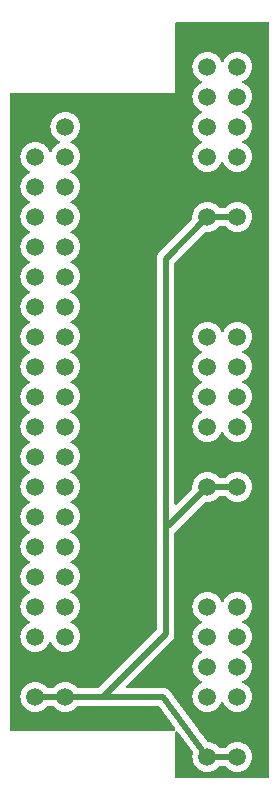
<source format=gbr>
%TF.GenerationSoftware,KiCad,Pcbnew,6.0.4-6f826c9f35~116~ubuntu20.04.1*%
%TF.CreationDate,2022-04-22T17:38:49+02:00*%
%TF.ProjectId,Pmod-Alinx,506d6f64-2d41-46c6-996e-782e6b696361,rev?*%
%TF.SameCoordinates,Original*%
%TF.FileFunction,Copper,L2,Bot*%
%TF.FilePolarity,Positive*%
%FSLAX46Y46*%
G04 Gerber Fmt 4.6, Leading zero omitted, Abs format (unit mm)*
G04 Created by KiCad (PCBNEW 6.0.4-6f826c9f35~116~ubuntu20.04.1) date 2022-04-22 17:38:49*
%MOMM*%
%LPD*%
G01*
G04 APERTURE LIST*
%TA.AperFunction,ComponentPad*%
%ADD10C,1.500000*%
%TD*%
%TA.AperFunction,ComponentPad*%
%ADD11R,1.500000X1.500000*%
%TD*%
%TA.AperFunction,Conductor*%
%ADD12C,0.500000*%
%TD*%
G04 APERTURE END LIST*
D10*
%TO.P,U1,1,VCC*%
%TO.N,/Pmod2_6*%
X128730000Y-79650000D03*
%TO.P,U1,2,GND*%
%TO.N,/Pmod2_4*%
X128730000Y-82190000D03*
%TO.P,U1,3,1*%
%TO.N,/Pmod2_2*%
X128730000Y-84730000D03*
%TO.P,U1,4,2*%
%TO.N,/Pmod2_0*%
X128730000Y-87270000D03*
%TO.P,U1,5,3*%
%TO.N,GND*%
X128730000Y-89810000D03*
%TO.P,U1,6,4*%
%TO.N,+3V3*%
X128730000Y-92350000D03*
%TO.P,U1,7,5*%
X131270000Y-92350000D03*
%TO.P,U1,8,6*%
%TO.N,GND*%
X131270000Y-89810000D03*
%TO.P,U1,9,7*%
%TO.N,/Pmod2_1*%
X131270000Y-87270000D03*
%TO.P,U1,10,8*%
%TO.N,/Pmod2_3*%
X131270000Y-84730000D03*
%TO.P,U1,11,GND*%
%TO.N,/Pmod2_5*%
X131270000Y-82190000D03*
%TO.P,U1,12,VCC*%
%TO.N,/Pmod2_7*%
X131270000Y-79650000D03*
%TD*%
%TO.P,U2,1,VCC*%
%TO.N,/Pmod3_6*%
X128730000Y-102510000D03*
%TO.P,U2,2,GND*%
%TO.N,/Pmod3_4*%
X128730000Y-105050000D03*
%TO.P,U2,3,1*%
%TO.N,/Pmod3_2*%
X128730000Y-107590000D03*
%TO.P,U2,4,2*%
%TO.N,/Pmod3_0*%
X128730000Y-110130000D03*
%TO.P,U2,5,3*%
%TO.N,GND*%
X128730000Y-112670000D03*
%TO.P,U2,6,4*%
%TO.N,+3V3*%
X128730000Y-115210000D03*
%TO.P,U2,7,5*%
X131270000Y-115210000D03*
%TO.P,U2,8,6*%
%TO.N,GND*%
X131270000Y-112670000D03*
%TO.P,U2,9,7*%
%TO.N,/Pmod3_1*%
X131270000Y-110130000D03*
%TO.P,U2,10,8*%
%TO.N,/Pmod3_3*%
X131270000Y-107590000D03*
%TO.P,U2,11,GND*%
%TO.N,/Pmod3_5*%
X131270000Y-105050000D03*
%TO.P,U2,12,VCC*%
%TO.N,/Pmod3_7*%
X131270000Y-102510000D03*
%TD*%
D11*
%TO.P,U4,1,GND*%
%TO.N,GND*%
X114170000Y-61870000D03*
D10*
%TO.P,U4,2,VCC_5V*%
%TO.N,unconnected-(U4-Pad2)*%
X116710000Y-61870000D03*
%TO.P,U4,3,IO2_1N*%
%TO.N,/Pmod1_6*%
X114170000Y-64410000D03*
%TO.P,U4,4,IO2_1P*%
%TO.N,/Pmod1_7*%
X116710000Y-64410000D03*
%TO.P,U4,5,IO2_2N*%
%TO.N,/Pmod1_4*%
X114170000Y-66950000D03*
%TO.P,U4,6,IO2_2P*%
%TO.N,/Pmod1_5*%
X116710000Y-66950000D03*
%TO.P,U4,7,IO2_3N*%
%TO.N,/Pmod1_2*%
X114170000Y-69490000D03*
%TO.P,U4,8,IO2_3P*%
%TO.N,/Pmod1_3*%
X116710000Y-69490000D03*
%TO.P,U4,9,IO2_4N*%
%TO.N,/Pmod1_0*%
X114170000Y-72030000D03*
%TO.P,U4,10,IO2_4P*%
%TO.N,/Pmod1_1*%
X116710000Y-72030000D03*
%TO.P,U4,11,IO2_5N*%
%TO.N,unconnected-(U4-Pad11)*%
X114170000Y-74570000D03*
%TO.P,U4,12,IO2_5P*%
%TO.N,unconnected-(U4-Pad12)*%
X116710000Y-74570000D03*
%TO.P,U4,13,IO2_6N*%
%TO.N,/Pmod2_6*%
X114170000Y-77110000D03*
%TO.P,U4,14,IO2_6P*%
%TO.N,/Pmod2_7*%
X116710000Y-77110000D03*
%TO.P,U4,15,IO2_7N*%
%TO.N,/Pmod2_4*%
X114170000Y-79650000D03*
%TO.P,U4,16,IO2_7P*%
%TO.N,/Pmod2_5*%
X116710000Y-79650000D03*
%TO.P,U4,17,IO2_8N*%
%TO.N,/Pmod2_2*%
X114170000Y-82190000D03*
%TO.P,U4,18,IO2_8P*%
%TO.N,/Pmod2_3*%
X116710000Y-82190000D03*
%TO.P,U4,19,IO2_9N*%
%TO.N,/Pmod2_0*%
X114170000Y-84730000D03*
%TO.P,U4,20,IO2_9P*%
%TO.N,/Pmod2_1*%
X116710000Y-84730000D03*
%TO.P,U4,21,IO2_10N*%
%TO.N,unconnected-(U4-Pad21)*%
X114170000Y-87270000D03*
%TO.P,U4,22,IO2_10P*%
%TO.N,unconnected-(U4-Pad22)*%
X116710000Y-87270000D03*
%TO.P,U4,23,IO2_11N*%
%TO.N,unconnected-(U4-Pad23)*%
X114170000Y-89810000D03*
%TO.P,U4,24,IO2_11P*%
%TO.N,unconnected-(U4-Pad24)*%
X116710000Y-89810000D03*
%TO.P,U4,25,IO2_12N*%
%TO.N,unconnected-(U4-Pad25)*%
X114170000Y-92350000D03*
%TO.P,U4,26,IO2_12P*%
%TO.N,unconnected-(U4-Pad26)*%
X116710000Y-92350000D03*
%TO.P,U4,27,IO2_13N*%
%TO.N,unconnected-(U4-Pad27)*%
X114170000Y-94890000D03*
%TO.P,U4,28,IO2_13P*%
%TO.N,unconnected-(U4-Pad28)*%
X116710000Y-94890000D03*
%TO.P,U4,29,IO2_14N*%
%TO.N,/Pmod3_6*%
X114170000Y-97430000D03*
%TO.P,U4,30,IO2_14P*%
%TO.N,/Pmod3_7*%
X116710000Y-97430000D03*
%TO.P,U4,31,IO2_15N*%
%TO.N,/Pmod3_4*%
X114170000Y-99970000D03*
%TO.P,U4,32,IO2_15P*%
%TO.N,/Pmod3_5*%
X116710000Y-99970000D03*
%TO.P,U4,33,IO2_16N*%
%TO.N,/Pmod3_2*%
X114170000Y-102510000D03*
%TO.P,U4,34,IO2_16P*%
%TO.N,/Pmod3_3*%
X116710000Y-102510000D03*
%TO.P,U4,35,IO2_17N*%
%TO.N,/Pmod3_0*%
X114170000Y-105050000D03*
%TO.P,U4,36,IO2_17P*%
%TO.N,/Pmod3_1*%
X116710000Y-105050000D03*
%TO.P,U4,37,GND*%
%TO.N,GND*%
X114170000Y-107590000D03*
%TO.P,U4,38,GND*%
X116710000Y-107590000D03*
%TO.P,U4,39,VCC_33*%
%TO.N,+3V3*%
X114170000Y-110130000D03*
%TO.P,U4,40,VCC_33*%
X116710000Y-110130000D03*
%TD*%
%TO.P,U3,1,VCC*%
%TO.N,/Pmod1_6*%
X128730000Y-56790000D03*
%TO.P,U3,2,GND*%
%TO.N,/Pmod1_4*%
X128730000Y-59330000D03*
%TO.P,U3,3,1*%
%TO.N,/Pmod1_2*%
X128730000Y-61870000D03*
%TO.P,U3,4,2*%
%TO.N,/Pmod1_0*%
X128730000Y-64410000D03*
%TO.P,U3,5,3*%
%TO.N,GND*%
X128730000Y-66950000D03*
%TO.P,U3,6,4*%
%TO.N,+3V3*%
X128730000Y-69490000D03*
%TO.P,U3,7,5*%
X131270000Y-69490000D03*
%TO.P,U3,8,6*%
%TO.N,GND*%
X131270000Y-66950000D03*
%TO.P,U3,9,7*%
%TO.N,/Pmod1_1*%
X131270000Y-64410000D03*
%TO.P,U3,10,8*%
%TO.N,/Pmod1_3*%
X131270000Y-61870000D03*
%TO.P,U3,11,GND*%
%TO.N,/Pmod1_5*%
X131270000Y-59330000D03*
%TO.P,U3,12,VCC*%
%TO.N,/Pmod1_7*%
X131270000Y-56790000D03*
%TD*%
D12*
%TO.N,+3V3*%
X119870000Y-110130000D02*
X125000000Y-110130000D01*
X125380000Y-95700000D02*
X128730000Y-92350000D01*
X125200000Y-95700000D02*
X125200000Y-73020000D01*
X125200000Y-104800000D02*
X125200000Y-95700000D01*
X114170000Y-110130000D02*
X116710000Y-110130000D01*
X128730000Y-69490000D02*
X131270000Y-69490000D01*
X128730000Y-115210000D02*
X131270000Y-115210000D01*
X125200000Y-95700000D02*
X125380000Y-95700000D01*
X128730000Y-92350000D02*
X131270000Y-92350000D01*
X125000000Y-110130000D02*
X128730000Y-115210000D01*
X119870000Y-110130000D02*
X125200000Y-104800000D01*
X125200000Y-73020000D02*
X128730000Y-69490000D01*
X116710000Y-110130000D02*
X119870000Y-110130000D01*
%TD*%
%TA.AperFunction,Conductor*%
%TO.N,GND*%
G36*
X133942121Y-53020002D02*
G01*
X133988614Y-53073658D01*
X134000000Y-53126000D01*
X134000000Y-116874000D01*
X133979998Y-116942121D01*
X133926342Y-116988614D01*
X133874000Y-117000000D01*
X126126000Y-117000000D01*
X126057879Y-116979998D01*
X126011386Y-116926342D01*
X126000000Y-116874000D01*
X126000000Y-113158012D01*
X126020002Y-113089891D01*
X126073658Y-113043398D01*
X126143932Y-113033294D01*
X126208512Y-113062788D01*
X126227561Y-113083438D01*
X126985681Y-114115944D01*
X127488060Y-114800150D01*
X127512254Y-114866897D01*
X127508204Y-114907333D01*
X127487308Y-114985316D01*
X127487307Y-114985323D01*
X127485885Y-114990629D01*
X127466693Y-115210000D01*
X127485885Y-115429371D01*
X127542880Y-115642076D01*
X127545205Y-115647061D01*
X127633618Y-115836666D01*
X127633621Y-115836671D01*
X127635944Y-115841653D01*
X127639100Y-115846160D01*
X127639101Y-115846162D01*
X127738769Y-115988502D01*
X127762251Y-116022038D01*
X127917962Y-116177749D01*
X128098346Y-116304056D01*
X128297924Y-116397120D01*
X128510629Y-116454115D01*
X128730000Y-116473307D01*
X128949371Y-116454115D01*
X129162076Y-116397120D01*
X129361654Y-116304056D01*
X129542038Y-116177749D01*
X129697749Y-116022038D01*
X129700908Y-116017527D01*
X129704284Y-116013504D01*
X129763395Y-115974181D01*
X129800802Y-115968500D01*
X130199198Y-115968500D01*
X130267319Y-115988502D01*
X130295716Y-116013504D01*
X130299092Y-116017527D01*
X130302251Y-116022038D01*
X130457962Y-116177749D01*
X130638346Y-116304056D01*
X130837924Y-116397120D01*
X131050629Y-116454115D01*
X131270000Y-116473307D01*
X131489371Y-116454115D01*
X131702076Y-116397120D01*
X131901654Y-116304056D01*
X132082038Y-116177749D01*
X132237749Y-116022038D01*
X132261232Y-115988502D01*
X132360899Y-115846162D01*
X132360900Y-115846160D01*
X132364056Y-115841653D01*
X132366379Y-115836671D01*
X132366382Y-115836666D01*
X132454795Y-115647061D01*
X132457120Y-115642076D01*
X132514115Y-115429371D01*
X132533307Y-115210000D01*
X132514115Y-114990629D01*
X132457120Y-114777924D01*
X132413585Y-114684562D01*
X132366382Y-114583334D01*
X132366379Y-114583329D01*
X132364056Y-114578347D01*
X132271259Y-114445819D01*
X132240908Y-114402473D01*
X132240906Y-114402470D01*
X132237749Y-114397962D01*
X132082038Y-114242251D01*
X131901654Y-114115944D01*
X131702076Y-114022880D01*
X131489371Y-113965885D01*
X131270000Y-113946693D01*
X131050629Y-113965885D01*
X130837924Y-114022880D01*
X130744562Y-114066415D01*
X130643334Y-114113618D01*
X130643329Y-114113621D01*
X130638347Y-114115944D01*
X130633840Y-114119100D01*
X130633838Y-114119101D01*
X130462473Y-114239092D01*
X130462470Y-114239094D01*
X130457962Y-114242251D01*
X130302251Y-114397962D01*
X130299094Y-114402471D01*
X130295716Y-114406496D01*
X130236605Y-114445819D01*
X130199198Y-114451500D01*
X129800802Y-114451500D01*
X129732681Y-114431498D01*
X129704284Y-114406496D01*
X129700906Y-114402471D01*
X129697749Y-114397962D01*
X129542038Y-114242251D01*
X129361654Y-114115944D01*
X129162076Y-114022880D01*
X128949371Y-113965885D01*
X128875652Y-113959436D01*
X128801165Y-113952919D01*
X128735046Y-113927056D01*
X128710583Y-113901970D01*
X125941006Y-110130000D01*
X127466693Y-110130000D01*
X127485885Y-110349371D01*
X127542880Y-110562076D01*
X127545205Y-110567061D01*
X127633618Y-110756666D01*
X127633621Y-110756671D01*
X127635944Y-110761653D01*
X127639100Y-110766160D01*
X127639101Y-110766162D01*
X127738769Y-110908502D01*
X127762251Y-110942038D01*
X127917962Y-111097749D01*
X128098346Y-111224056D01*
X128297924Y-111317120D01*
X128510629Y-111374115D01*
X128730000Y-111393307D01*
X128949371Y-111374115D01*
X129162076Y-111317120D01*
X129361654Y-111224056D01*
X129542038Y-111097749D01*
X129697749Y-110942038D01*
X129721232Y-110908502D01*
X129820899Y-110766162D01*
X129820900Y-110766160D01*
X129824056Y-110761653D01*
X129826379Y-110756671D01*
X129826382Y-110756666D01*
X129885805Y-110629231D01*
X129932722Y-110575946D01*
X130000999Y-110556485D01*
X130068959Y-110577027D01*
X130114195Y-110629231D01*
X130173618Y-110756666D01*
X130173621Y-110756671D01*
X130175944Y-110761653D01*
X130179100Y-110766160D01*
X130179101Y-110766162D01*
X130278769Y-110908502D01*
X130302251Y-110942038D01*
X130457962Y-111097749D01*
X130638346Y-111224056D01*
X130837924Y-111317120D01*
X131050629Y-111374115D01*
X131270000Y-111393307D01*
X131489371Y-111374115D01*
X131702076Y-111317120D01*
X131901654Y-111224056D01*
X132082038Y-111097749D01*
X132237749Y-110942038D01*
X132261232Y-110908502D01*
X132360899Y-110766162D01*
X132360900Y-110766160D01*
X132364056Y-110761653D01*
X132366379Y-110756671D01*
X132366382Y-110756666D01*
X132454795Y-110567061D01*
X132457120Y-110562076D01*
X132514115Y-110349371D01*
X132533307Y-110130000D01*
X132514115Y-109910629D01*
X132457120Y-109697924D01*
X132373669Y-109518962D01*
X132366382Y-109503334D01*
X132366379Y-109503329D01*
X132364056Y-109498347D01*
X132359148Y-109491338D01*
X132240908Y-109322473D01*
X132240906Y-109322470D01*
X132237749Y-109317962D01*
X132082038Y-109162251D01*
X132073690Y-109156405D01*
X132002759Y-109106739D01*
X131901654Y-109035944D01*
X131896672Y-109033621D01*
X131896667Y-109033618D01*
X131769232Y-108974195D01*
X131715947Y-108927278D01*
X131696486Y-108859001D01*
X131717028Y-108791041D01*
X131769232Y-108745805D01*
X131896667Y-108686382D01*
X131896672Y-108686379D01*
X131901654Y-108684056D01*
X132082038Y-108557749D01*
X132237749Y-108402038D01*
X132364056Y-108221653D01*
X132366379Y-108216671D01*
X132366382Y-108216666D01*
X132454795Y-108027061D01*
X132457120Y-108022076D01*
X132514115Y-107809371D01*
X132533307Y-107590000D01*
X132514115Y-107370629D01*
X132457120Y-107157924D01*
X132413585Y-107064562D01*
X132366382Y-106963334D01*
X132366379Y-106963329D01*
X132364056Y-106958347D01*
X132237749Y-106777962D01*
X132082038Y-106622251D01*
X131901654Y-106495944D01*
X131896672Y-106493621D01*
X131896667Y-106493618D01*
X131769232Y-106434195D01*
X131715947Y-106387278D01*
X131696486Y-106319001D01*
X131717028Y-106251041D01*
X131769232Y-106205805D01*
X131896667Y-106146382D01*
X131896672Y-106146379D01*
X131901654Y-106144056D01*
X132082038Y-106017749D01*
X132237749Y-105862038D01*
X132364056Y-105681653D01*
X132366379Y-105676671D01*
X132366382Y-105676666D01*
X132454795Y-105487061D01*
X132457120Y-105482076D01*
X132514115Y-105269371D01*
X132533307Y-105050000D01*
X132514115Y-104830629D01*
X132457120Y-104617924D01*
X132395519Y-104485819D01*
X132366382Y-104423334D01*
X132366379Y-104423329D01*
X132364056Y-104418347D01*
X132237749Y-104237962D01*
X132082038Y-104082251D01*
X131901654Y-103955944D01*
X131896672Y-103953621D01*
X131896667Y-103953618D01*
X131769232Y-103894195D01*
X131715947Y-103847278D01*
X131696486Y-103779001D01*
X131717028Y-103711041D01*
X131769232Y-103665805D01*
X131896667Y-103606382D01*
X131896672Y-103606379D01*
X131901654Y-103604056D01*
X132082038Y-103477749D01*
X132237749Y-103322038D01*
X132364056Y-103141653D01*
X132366379Y-103136671D01*
X132366382Y-103136666D01*
X132454795Y-102947061D01*
X132457120Y-102942076D01*
X132514115Y-102729371D01*
X132533307Y-102510000D01*
X132514115Y-102290629D01*
X132457120Y-102077924D01*
X132413585Y-101984562D01*
X132366382Y-101883334D01*
X132366379Y-101883329D01*
X132364056Y-101878347D01*
X132237749Y-101697962D01*
X132082038Y-101542251D01*
X131901654Y-101415944D01*
X131702076Y-101322880D01*
X131489371Y-101265885D01*
X131270000Y-101246693D01*
X131050629Y-101265885D01*
X130837924Y-101322880D01*
X130770769Y-101354195D01*
X130643334Y-101413618D01*
X130643329Y-101413621D01*
X130638347Y-101415944D01*
X130633840Y-101419100D01*
X130633838Y-101419101D01*
X130462473Y-101539092D01*
X130462470Y-101539094D01*
X130457962Y-101542251D01*
X130302251Y-101697962D01*
X130175944Y-101878347D01*
X130173621Y-101883329D01*
X130173618Y-101883334D01*
X130114195Y-102010769D01*
X130067278Y-102064054D01*
X129999001Y-102083515D01*
X129931041Y-102062973D01*
X129885805Y-102010769D01*
X129826382Y-101883334D01*
X129826379Y-101883329D01*
X129824056Y-101878347D01*
X129697749Y-101697962D01*
X129542038Y-101542251D01*
X129361654Y-101415944D01*
X129162076Y-101322880D01*
X128949371Y-101265885D01*
X128730000Y-101246693D01*
X128510629Y-101265885D01*
X128297924Y-101322880D01*
X128230769Y-101354195D01*
X128103334Y-101413618D01*
X128103329Y-101413621D01*
X128098347Y-101415944D01*
X128093840Y-101419100D01*
X128093838Y-101419101D01*
X127922473Y-101539092D01*
X127922470Y-101539094D01*
X127917962Y-101542251D01*
X127762251Y-101697962D01*
X127635944Y-101878347D01*
X127633621Y-101883329D01*
X127633618Y-101883334D01*
X127586415Y-101984562D01*
X127542880Y-102077924D01*
X127485885Y-102290629D01*
X127466693Y-102510000D01*
X127485885Y-102729371D01*
X127542880Y-102942076D01*
X127545205Y-102947061D01*
X127633618Y-103136666D01*
X127633621Y-103136671D01*
X127635944Y-103141653D01*
X127762251Y-103322038D01*
X127917962Y-103477749D01*
X128098346Y-103604056D01*
X128103328Y-103606379D01*
X128103333Y-103606382D01*
X128230768Y-103665805D01*
X128284053Y-103712722D01*
X128303514Y-103780999D01*
X128282972Y-103848959D01*
X128230768Y-103894195D01*
X128103334Y-103953618D01*
X128103329Y-103953621D01*
X128098347Y-103955944D01*
X128093840Y-103959100D01*
X128093838Y-103959101D01*
X127922473Y-104079092D01*
X127922470Y-104079094D01*
X127917962Y-104082251D01*
X127762251Y-104237962D01*
X127635944Y-104418347D01*
X127633621Y-104423329D01*
X127633618Y-104423334D01*
X127604481Y-104485819D01*
X127542880Y-104617924D01*
X127485885Y-104830629D01*
X127466693Y-105050000D01*
X127485885Y-105269371D01*
X127542880Y-105482076D01*
X127545205Y-105487061D01*
X127633618Y-105676666D01*
X127633621Y-105676671D01*
X127635944Y-105681653D01*
X127762251Y-105862038D01*
X127917962Y-106017749D01*
X128098346Y-106144056D01*
X128103328Y-106146379D01*
X128103333Y-106146382D01*
X128230768Y-106205805D01*
X128284053Y-106252722D01*
X128303514Y-106320999D01*
X128282972Y-106388959D01*
X128230768Y-106434195D01*
X128103334Y-106493618D01*
X128103329Y-106493621D01*
X128098347Y-106495944D01*
X128093840Y-106499100D01*
X128093838Y-106499101D01*
X127922473Y-106619092D01*
X127922470Y-106619094D01*
X127917962Y-106622251D01*
X127762251Y-106777962D01*
X127635944Y-106958347D01*
X127633621Y-106963329D01*
X127633618Y-106963334D01*
X127586415Y-107064562D01*
X127542880Y-107157924D01*
X127485885Y-107370629D01*
X127466693Y-107590000D01*
X127485885Y-107809371D01*
X127542880Y-108022076D01*
X127545205Y-108027061D01*
X127633618Y-108216666D01*
X127633621Y-108216671D01*
X127635944Y-108221653D01*
X127762251Y-108402038D01*
X127917962Y-108557749D01*
X128098346Y-108684056D01*
X128103328Y-108686379D01*
X128103333Y-108686382D01*
X128230768Y-108745805D01*
X128284053Y-108792722D01*
X128303514Y-108860999D01*
X128282972Y-108928959D01*
X128230768Y-108974195D01*
X128103334Y-109033618D01*
X128103329Y-109033621D01*
X128098347Y-109035944D01*
X128093840Y-109039100D01*
X128093838Y-109039101D01*
X127922473Y-109159092D01*
X127922470Y-109159094D01*
X127917962Y-109162251D01*
X127762251Y-109317962D01*
X127759094Y-109322470D01*
X127759092Y-109322473D01*
X127640852Y-109491338D01*
X127635944Y-109498347D01*
X127633621Y-109503329D01*
X127633618Y-109503334D01*
X127626331Y-109518962D01*
X127542880Y-109697924D01*
X127485885Y-109910629D01*
X127466693Y-110130000D01*
X125941006Y-110130000D01*
X125663785Y-109752444D01*
X125663498Y-109752002D01*
X125663343Y-109751636D01*
X125597002Y-109661489D01*
X125585176Y-109645383D01*
X125585061Y-109645260D01*
X125585015Y-109645201D01*
X125562849Y-109615081D01*
X125558508Y-109609182D01*
X125530642Y-109585508D01*
X125519984Y-109575320D01*
X125500055Y-109553902D01*
X125500048Y-109553896D01*
X125495067Y-109548543D01*
X125463862Y-109527683D01*
X125452313Y-109518962D01*
X125429295Y-109499407D01*
X125429292Y-109499405D01*
X125423715Y-109494667D01*
X125391142Y-109478034D01*
X125378421Y-109470569D01*
X125354111Y-109454318D01*
X125354109Y-109454317D01*
X125348025Y-109450250D01*
X125312873Y-109437134D01*
X125299622Y-109431301D01*
X125272712Y-109417560D01*
X125272710Y-109417559D01*
X125266192Y-109414231D01*
X125230669Y-109405539D01*
X125216570Y-109401200D01*
X125182314Y-109388418D01*
X125168984Y-109386743D01*
X125145074Y-109383738D01*
X125130844Y-109381112D01*
X125094390Y-109372192D01*
X125088785Y-109371844D01*
X125088783Y-109371844D01*
X125085175Y-109371620D01*
X125085165Y-109371620D01*
X125083236Y-109371500D01*
X125055566Y-109371500D01*
X125039857Y-109370517D01*
X125006823Y-109366366D01*
X124965795Y-109370778D01*
X124952325Y-109371500D01*
X122005371Y-109371500D01*
X121937250Y-109351498D01*
X121890757Y-109297842D01*
X121880653Y-109227568D01*
X121910147Y-109162988D01*
X121916276Y-109156405D01*
X125688911Y-105383770D01*
X125703323Y-105371384D01*
X125714918Y-105362851D01*
X125714923Y-105362846D01*
X125720818Y-105358508D01*
X125725557Y-105352930D01*
X125725560Y-105352927D01*
X125755035Y-105318232D01*
X125761965Y-105310716D01*
X125767660Y-105305021D01*
X125785281Y-105282749D01*
X125788072Y-105279345D01*
X125830591Y-105229297D01*
X125830592Y-105229295D01*
X125835333Y-105223715D01*
X125838661Y-105217199D01*
X125842028Y-105212150D01*
X125845195Y-105207021D01*
X125849734Y-105201284D01*
X125880655Y-105135125D01*
X125882561Y-105131225D01*
X125915769Y-105066192D01*
X125917508Y-105059084D01*
X125919607Y-105053441D01*
X125921524Y-105047678D01*
X125924622Y-105041050D01*
X125939487Y-104969583D01*
X125940457Y-104965299D01*
X125956473Y-104899845D01*
X125957808Y-104894390D01*
X125958500Y-104883236D01*
X125958536Y-104883238D01*
X125958775Y-104879245D01*
X125959149Y-104875053D01*
X125960640Y-104867885D01*
X125958546Y-104790479D01*
X125958500Y-104787072D01*
X125958500Y-96246371D01*
X125978502Y-96178250D01*
X125995405Y-96157276D01*
X128513163Y-93639518D01*
X128575475Y-93605492D01*
X128613239Y-93603092D01*
X128724524Y-93612828D01*
X128724525Y-93612828D01*
X128730000Y-93613307D01*
X128949371Y-93594115D01*
X129162076Y-93537120D01*
X129361654Y-93444056D01*
X129542038Y-93317749D01*
X129697749Y-93162038D01*
X129700908Y-93157527D01*
X129704284Y-93153504D01*
X129763395Y-93114181D01*
X129800802Y-93108500D01*
X130199198Y-93108500D01*
X130267319Y-93128502D01*
X130295716Y-93153504D01*
X130299092Y-93157527D01*
X130302251Y-93162038D01*
X130457962Y-93317749D01*
X130638346Y-93444056D01*
X130837924Y-93537120D01*
X131050629Y-93594115D01*
X131270000Y-93613307D01*
X131489371Y-93594115D01*
X131702076Y-93537120D01*
X131901654Y-93444056D01*
X132082038Y-93317749D01*
X132237749Y-93162038D01*
X132261232Y-93128502D01*
X132360899Y-92986162D01*
X132360900Y-92986160D01*
X132364056Y-92981653D01*
X132366379Y-92976671D01*
X132366382Y-92976666D01*
X132454795Y-92787061D01*
X132457120Y-92782076D01*
X132514115Y-92569371D01*
X132533307Y-92350000D01*
X132514115Y-92130629D01*
X132457120Y-91917924D01*
X132413585Y-91824562D01*
X132366382Y-91723334D01*
X132366379Y-91723329D01*
X132364056Y-91718347D01*
X132271259Y-91585819D01*
X132240908Y-91542473D01*
X132240906Y-91542470D01*
X132237749Y-91537962D01*
X132082038Y-91382251D01*
X131901654Y-91255944D01*
X131702076Y-91162880D01*
X131489371Y-91105885D01*
X131270000Y-91086693D01*
X131050629Y-91105885D01*
X130837924Y-91162880D01*
X130770769Y-91194195D01*
X130643334Y-91253618D01*
X130643329Y-91253621D01*
X130638347Y-91255944D01*
X130633840Y-91259100D01*
X130633838Y-91259101D01*
X130462473Y-91379092D01*
X130462470Y-91379094D01*
X130457962Y-91382251D01*
X130302251Y-91537962D01*
X130299094Y-91542471D01*
X130295716Y-91546496D01*
X130236605Y-91585819D01*
X130199198Y-91591500D01*
X129800802Y-91591500D01*
X129732681Y-91571498D01*
X129704284Y-91546496D01*
X129700906Y-91542471D01*
X129697749Y-91537962D01*
X129542038Y-91382251D01*
X129361654Y-91255944D01*
X129162076Y-91162880D01*
X128949371Y-91105885D01*
X128730000Y-91086693D01*
X128510629Y-91105885D01*
X128297924Y-91162880D01*
X128230769Y-91194195D01*
X128103334Y-91253618D01*
X128103329Y-91253621D01*
X128098347Y-91255944D01*
X128093840Y-91259100D01*
X128093838Y-91259101D01*
X127922473Y-91379092D01*
X127922470Y-91379094D01*
X127917962Y-91382251D01*
X127762251Y-91537962D01*
X127759094Y-91542470D01*
X127759092Y-91542473D01*
X127728741Y-91585819D01*
X127635944Y-91718347D01*
X127633621Y-91723329D01*
X127633618Y-91723334D01*
X127586415Y-91824562D01*
X127542880Y-91917924D01*
X127485885Y-92130629D01*
X127466693Y-92350000D01*
X127467172Y-92355475D01*
X127467172Y-92355476D01*
X127476908Y-92466761D01*
X127462919Y-92536365D01*
X127440482Y-92566837D01*
X126173595Y-93833724D01*
X126111283Y-93867750D01*
X126040468Y-93862685D01*
X125983632Y-93820138D01*
X125958821Y-93753618D01*
X125958500Y-93744629D01*
X125958500Y-87270000D01*
X127466693Y-87270000D01*
X127485885Y-87489371D01*
X127542880Y-87702076D01*
X127545205Y-87707061D01*
X127633618Y-87896666D01*
X127633621Y-87896671D01*
X127635944Y-87901653D01*
X127762251Y-88082038D01*
X127917962Y-88237749D01*
X128098346Y-88364056D01*
X128297924Y-88457120D01*
X128510629Y-88514115D01*
X128730000Y-88533307D01*
X128949371Y-88514115D01*
X129162076Y-88457120D01*
X129361654Y-88364056D01*
X129542038Y-88237749D01*
X129697749Y-88082038D01*
X129824056Y-87901653D01*
X129826379Y-87896671D01*
X129826382Y-87896666D01*
X129885805Y-87769231D01*
X129932722Y-87715946D01*
X130000999Y-87696485D01*
X130068959Y-87717027D01*
X130114195Y-87769231D01*
X130173618Y-87896666D01*
X130173621Y-87896671D01*
X130175944Y-87901653D01*
X130302251Y-88082038D01*
X130457962Y-88237749D01*
X130638346Y-88364056D01*
X130837924Y-88457120D01*
X131050629Y-88514115D01*
X131270000Y-88533307D01*
X131489371Y-88514115D01*
X131702076Y-88457120D01*
X131901654Y-88364056D01*
X132082038Y-88237749D01*
X132237749Y-88082038D01*
X132364056Y-87901653D01*
X132366379Y-87896671D01*
X132366382Y-87896666D01*
X132454795Y-87707061D01*
X132457120Y-87702076D01*
X132514115Y-87489371D01*
X132533307Y-87270000D01*
X132514115Y-87050629D01*
X132457120Y-86837924D01*
X132413585Y-86744562D01*
X132366382Y-86643334D01*
X132366379Y-86643329D01*
X132364056Y-86638347D01*
X132237749Y-86457962D01*
X132082038Y-86302251D01*
X131901654Y-86175944D01*
X131896672Y-86173621D01*
X131896667Y-86173618D01*
X131769232Y-86114195D01*
X131715947Y-86067278D01*
X131696486Y-85999001D01*
X131717028Y-85931041D01*
X131769232Y-85885805D01*
X131896667Y-85826382D01*
X131896672Y-85826379D01*
X131901654Y-85824056D01*
X132082038Y-85697749D01*
X132237749Y-85542038D01*
X132364056Y-85361653D01*
X132366379Y-85356671D01*
X132366382Y-85356666D01*
X132454795Y-85167061D01*
X132457120Y-85162076D01*
X132514115Y-84949371D01*
X132533307Y-84730000D01*
X132514115Y-84510629D01*
X132457120Y-84297924D01*
X132413585Y-84204562D01*
X132366382Y-84103334D01*
X132366379Y-84103329D01*
X132364056Y-84098347D01*
X132237749Y-83917962D01*
X132082038Y-83762251D01*
X131901654Y-83635944D01*
X131896672Y-83633621D01*
X131896667Y-83633618D01*
X131769232Y-83574195D01*
X131715947Y-83527278D01*
X131696486Y-83459001D01*
X131717028Y-83391041D01*
X131769232Y-83345805D01*
X131896667Y-83286382D01*
X131896672Y-83286379D01*
X131901654Y-83284056D01*
X132082038Y-83157749D01*
X132237749Y-83002038D01*
X132364056Y-82821653D01*
X132366379Y-82816671D01*
X132366382Y-82816666D01*
X132454795Y-82627061D01*
X132457120Y-82622076D01*
X132514115Y-82409371D01*
X132533307Y-82190000D01*
X132514115Y-81970629D01*
X132457120Y-81757924D01*
X132413585Y-81664562D01*
X132366382Y-81563334D01*
X132366379Y-81563329D01*
X132364056Y-81558347D01*
X132237749Y-81377962D01*
X132082038Y-81222251D01*
X131901654Y-81095944D01*
X131896672Y-81093621D01*
X131896667Y-81093618D01*
X131769232Y-81034195D01*
X131715947Y-80987278D01*
X131696486Y-80919001D01*
X131717028Y-80851041D01*
X131769232Y-80805805D01*
X131896667Y-80746382D01*
X131896672Y-80746379D01*
X131901654Y-80744056D01*
X132082038Y-80617749D01*
X132237749Y-80462038D01*
X132364056Y-80281653D01*
X132366379Y-80276671D01*
X132366382Y-80276666D01*
X132454795Y-80087061D01*
X132457120Y-80082076D01*
X132514115Y-79869371D01*
X132533307Y-79650000D01*
X132514115Y-79430629D01*
X132457120Y-79217924D01*
X132413585Y-79124562D01*
X132366382Y-79023334D01*
X132366379Y-79023329D01*
X132364056Y-79018347D01*
X132237749Y-78837962D01*
X132082038Y-78682251D01*
X131901654Y-78555944D01*
X131702076Y-78462880D01*
X131489371Y-78405885D01*
X131270000Y-78386693D01*
X131050629Y-78405885D01*
X130837924Y-78462880D01*
X130770769Y-78494195D01*
X130643334Y-78553618D01*
X130643329Y-78553621D01*
X130638347Y-78555944D01*
X130633840Y-78559100D01*
X130633838Y-78559101D01*
X130462473Y-78679092D01*
X130462470Y-78679094D01*
X130457962Y-78682251D01*
X130302251Y-78837962D01*
X130175944Y-79018347D01*
X130173621Y-79023329D01*
X130173618Y-79023334D01*
X130114195Y-79150769D01*
X130067278Y-79204054D01*
X129999001Y-79223515D01*
X129931041Y-79202973D01*
X129885805Y-79150769D01*
X129826382Y-79023334D01*
X129826379Y-79023329D01*
X129824056Y-79018347D01*
X129697749Y-78837962D01*
X129542038Y-78682251D01*
X129361654Y-78555944D01*
X129162076Y-78462880D01*
X128949371Y-78405885D01*
X128730000Y-78386693D01*
X128510629Y-78405885D01*
X128297924Y-78462880D01*
X128230769Y-78494195D01*
X128103334Y-78553618D01*
X128103329Y-78553621D01*
X128098347Y-78555944D01*
X128093840Y-78559100D01*
X128093838Y-78559101D01*
X127922473Y-78679092D01*
X127922470Y-78679094D01*
X127917962Y-78682251D01*
X127762251Y-78837962D01*
X127635944Y-79018347D01*
X127633621Y-79023329D01*
X127633618Y-79023334D01*
X127586415Y-79124562D01*
X127542880Y-79217924D01*
X127485885Y-79430629D01*
X127466693Y-79650000D01*
X127485885Y-79869371D01*
X127542880Y-80082076D01*
X127545205Y-80087061D01*
X127633618Y-80276666D01*
X127633621Y-80276671D01*
X127635944Y-80281653D01*
X127762251Y-80462038D01*
X127917962Y-80617749D01*
X128098346Y-80744056D01*
X128103328Y-80746379D01*
X128103333Y-80746382D01*
X128230768Y-80805805D01*
X128284053Y-80852722D01*
X128303514Y-80920999D01*
X128282972Y-80988959D01*
X128230768Y-81034195D01*
X128103334Y-81093618D01*
X128103329Y-81093621D01*
X128098347Y-81095944D01*
X128093840Y-81099100D01*
X128093838Y-81099101D01*
X127922473Y-81219092D01*
X127922470Y-81219094D01*
X127917962Y-81222251D01*
X127762251Y-81377962D01*
X127635944Y-81558347D01*
X127633621Y-81563329D01*
X127633618Y-81563334D01*
X127586415Y-81664562D01*
X127542880Y-81757924D01*
X127485885Y-81970629D01*
X127466693Y-82190000D01*
X127485885Y-82409371D01*
X127542880Y-82622076D01*
X127545205Y-82627061D01*
X127633618Y-82816666D01*
X127633621Y-82816671D01*
X127635944Y-82821653D01*
X127762251Y-83002038D01*
X127917962Y-83157749D01*
X128098346Y-83284056D01*
X128103328Y-83286379D01*
X128103333Y-83286382D01*
X128230768Y-83345805D01*
X128284053Y-83392722D01*
X128303514Y-83460999D01*
X128282972Y-83528959D01*
X128230768Y-83574195D01*
X128103334Y-83633618D01*
X128103329Y-83633621D01*
X128098347Y-83635944D01*
X128093840Y-83639100D01*
X128093838Y-83639101D01*
X127922473Y-83759092D01*
X127922470Y-83759094D01*
X127917962Y-83762251D01*
X127762251Y-83917962D01*
X127635944Y-84098347D01*
X127633621Y-84103329D01*
X127633618Y-84103334D01*
X127586415Y-84204562D01*
X127542880Y-84297924D01*
X127485885Y-84510629D01*
X127466693Y-84730000D01*
X127485885Y-84949371D01*
X127542880Y-85162076D01*
X127545205Y-85167061D01*
X127633618Y-85356666D01*
X127633621Y-85356671D01*
X127635944Y-85361653D01*
X127762251Y-85542038D01*
X127917962Y-85697749D01*
X128098346Y-85824056D01*
X128103328Y-85826379D01*
X128103333Y-85826382D01*
X128230768Y-85885805D01*
X128284053Y-85932722D01*
X128303514Y-86000999D01*
X128282972Y-86068959D01*
X128230768Y-86114195D01*
X128103334Y-86173618D01*
X128103329Y-86173621D01*
X128098347Y-86175944D01*
X128093840Y-86179100D01*
X128093838Y-86179101D01*
X127922473Y-86299092D01*
X127922470Y-86299094D01*
X127917962Y-86302251D01*
X127762251Y-86457962D01*
X127635944Y-86638347D01*
X127633621Y-86643329D01*
X127633618Y-86643334D01*
X127586415Y-86744562D01*
X127542880Y-86837924D01*
X127485885Y-87050629D01*
X127466693Y-87270000D01*
X125958500Y-87270000D01*
X125958500Y-73386371D01*
X125978502Y-73318250D01*
X125995405Y-73297276D01*
X128513163Y-70779518D01*
X128575475Y-70745492D01*
X128613239Y-70743092D01*
X128724524Y-70752828D01*
X128724525Y-70752828D01*
X128730000Y-70753307D01*
X128949371Y-70734115D01*
X129162076Y-70677120D01*
X129361654Y-70584056D01*
X129542038Y-70457749D01*
X129697749Y-70302038D01*
X129700908Y-70297527D01*
X129704284Y-70293504D01*
X129763395Y-70254181D01*
X129800802Y-70248500D01*
X130199198Y-70248500D01*
X130267319Y-70268502D01*
X130295716Y-70293504D01*
X130299092Y-70297527D01*
X130302251Y-70302038D01*
X130457962Y-70457749D01*
X130638346Y-70584056D01*
X130837924Y-70677120D01*
X131050629Y-70734115D01*
X131270000Y-70753307D01*
X131489371Y-70734115D01*
X131702076Y-70677120D01*
X131901654Y-70584056D01*
X132082038Y-70457749D01*
X132237749Y-70302038D01*
X132261232Y-70268502D01*
X132360899Y-70126162D01*
X132360900Y-70126160D01*
X132364056Y-70121653D01*
X132366379Y-70116671D01*
X132366382Y-70116666D01*
X132454795Y-69927061D01*
X132457120Y-69922076D01*
X132514115Y-69709371D01*
X132533307Y-69490000D01*
X132514115Y-69270629D01*
X132457120Y-69057924D01*
X132413585Y-68964562D01*
X132366382Y-68863334D01*
X132366379Y-68863329D01*
X132364056Y-68858347D01*
X132271259Y-68725819D01*
X132240908Y-68682473D01*
X132240906Y-68682470D01*
X132237749Y-68677962D01*
X132082038Y-68522251D01*
X131901654Y-68395944D01*
X131702076Y-68302880D01*
X131489371Y-68245885D01*
X131270000Y-68226693D01*
X131050629Y-68245885D01*
X130837924Y-68302880D01*
X130770769Y-68334195D01*
X130643334Y-68393618D01*
X130643329Y-68393621D01*
X130638347Y-68395944D01*
X130633840Y-68399100D01*
X130633838Y-68399101D01*
X130462473Y-68519092D01*
X130462470Y-68519094D01*
X130457962Y-68522251D01*
X130302251Y-68677962D01*
X130299094Y-68682471D01*
X130295716Y-68686496D01*
X130236605Y-68725819D01*
X130199198Y-68731500D01*
X129800802Y-68731500D01*
X129732681Y-68711498D01*
X129704284Y-68686496D01*
X129700906Y-68682471D01*
X129697749Y-68677962D01*
X129542038Y-68522251D01*
X129361654Y-68395944D01*
X129162076Y-68302880D01*
X128949371Y-68245885D01*
X128730000Y-68226693D01*
X128510629Y-68245885D01*
X128297924Y-68302880D01*
X128230769Y-68334195D01*
X128103334Y-68393618D01*
X128103329Y-68393621D01*
X128098347Y-68395944D01*
X128093840Y-68399100D01*
X128093838Y-68399101D01*
X127922473Y-68519092D01*
X127922470Y-68519094D01*
X127917962Y-68522251D01*
X127762251Y-68677962D01*
X127759094Y-68682470D01*
X127759092Y-68682473D01*
X127728741Y-68725819D01*
X127635944Y-68858347D01*
X127633621Y-68863329D01*
X127633618Y-68863334D01*
X127586415Y-68964562D01*
X127542880Y-69057924D01*
X127485885Y-69270629D01*
X127466693Y-69490000D01*
X127467172Y-69495475D01*
X127467172Y-69495476D01*
X127476908Y-69606761D01*
X127462919Y-69676365D01*
X127440482Y-69706837D01*
X124711089Y-72436230D01*
X124696677Y-72448616D01*
X124685082Y-72457149D01*
X124685077Y-72457154D01*
X124679182Y-72461492D01*
X124674443Y-72467070D01*
X124674440Y-72467073D01*
X124644965Y-72501768D01*
X124638035Y-72509284D01*
X124632340Y-72514979D01*
X124630060Y-72517861D01*
X124614719Y-72537251D01*
X124611928Y-72540655D01*
X124569409Y-72590703D01*
X124564667Y-72596285D01*
X124561339Y-72602801D01*
X124557972Y-72607850D01*
X124554805Y-72612979D01*
X124550266Y-72618716D01*
X124519345Y-72684875D01*
X124517442Y-72688769D01*
X124484231Y-72753808D01*
X124482492Y-72760916D01*
X124480393Y-72766559D01*
X124478476Y-72772322D01*
X124475378Y-72778950D01*
X124473888Y-72786112D01*
X124473888Y-72786113D01*
X124460514Y-72850412D01*
X124459544Y-72854696D01*
X124442192Y-72925610D01*
X124441500Y-72936764D01*
X124441464Y-72936762D01*
X124441225Y-72940755D01*
X124440851Y-72944947D01*
X124439360Y-72952115D01*
X124439558Y-72959432D01*
X124441454Y-73029521D01*
X124441500Y-73032928D01*
X124441500Y-95672165D01*
X124441258Y-95679966D01*
X124437453Y-95741298D01*
X124438693Y-95748514D01*
X124439680Y-95754257D01*
X124441500Y-95775596D01*
X124441500Y-104433629D01*
X124421498Y-104501750D01*
X124404595Y-104522724D01*
X119592724Y-109334595D01*
X119530412Y-109368621D01*
X119503629Y-109371500D01*
X117780802Y-109371500D01*
X117712681Y-109351498D01*
X117684284Y-109326496D01*
X117680906Y-109322471D01*
X117677749Y-109317962D01*
X117522038Y-109162251D01*
X117513690Y-109156405D01*
X117442759Y-109106739D01*
X117341654Y-109035944D01*
X117142076Y-108942880D01*
X116929371Y-108885885D01*
X116710000Y-108866693D01*
X116490629Y-108885885D01*
X116277924Y-108942880D01*
X116210769Y-108974195D01*
X116083334Y-109033618D01*
X116083329Y-109033621D01*
X116078347Y-109035944D01*
X116073840Y-109039100D01*
X116073838Y-109039101D01*
X115902473Y-109159092D01*
X115902470Y-109159094D01*
X115897962Y-109162251D01*
X115742251Y-109317962D01*
X115739094Y-109322471D01*
X115735716Y-109326496D01*
X115676605Y-109365819D01*
X115639198Y-109371500D01*
X115240802Y-109371500D01*
X115172681Y-109351498D01*
X115144284Y-109326496D01*
X115140906Y-109322471D01*
X115137749Y-109317962D01*
X114982038Y-109162251D01*
X114973690Y-109156405D01*
X114902759Y-109106739D01*
X114801654Y-109035944D01*
X114602076Y-108942880D01*
X114389371Y-108885885D01*
X114170000Y-108866693D01*
X113950629Y-108885885D01*
X113737924Y-108942880D01*
X113670769Y-108974195D01*
X113543334Y-109033618D01*
X113543329Y-109033621D01*
X113538347Y-109035944D01*
X113533840Y-109039100D01*
X113533838Y-109039101D01*
X113362473Y-109159092D01*
X113362470Y-109159094D01*
X113357962Y-109162251D01*
X113202251Y-109317962D01*
X113199094Y-109322470D01*
X113199092Y-109322473D01*
X113080852Y-109491338D01*
X113075944Y-109498347D01*
X113073621Y-109503329D01*
X113073618Y-109503334D01*
X113066331Y-109518962D01*
X112982880Y-109697924D01*
X112925885Y-109910629D01*
X112906693Y-110130000D01*
X112925885Y-110349371D01*
X112982880Y-110562076D01*
X112985205Y-110567061D01*
X113073618Y-110756666D01*
X113073621Y-110756671D01*
X113075944Y-110761653D01*
X113079100Y-110766160D01*
X113079101Y-110766162D01*
X113178769Y-110908502D01*
X113202251Y-110942038D01*
X113357962Y-111097749D01*
X113538346Y-111224056D01*
X113737924Y-111317120D01*
X113950629Y-111374115D01*
X114170000Y-111393307D01*
X114389371Y-111374115D01*
X114602076Y-111317120D01*
X114801654Y-111224056D01*
X114982038Y-111097749D01*
X115137749Y-110942038D01*
X115140908Y-110937527D01*
X115144284Y-110933504D01*
X115203395Y-110894181D01*
X115240802Y-110888500D01*
X115639198Y-110888500D01*
X115707319Y-110908502D01*
X115735716Y-110933504D01*
X115739092Y-110937527D01*
X115742251Y-110942038D01*
X115897962Y-111097749D01*
X116078346Y-111224056D01*
X116277924Y-111317120D01*
X116490629Y-111374115D01*
X116710000Y-111393307D01*
X116929371Y-111374115D01*
X117142076Y-111317120D01*
X117341654Y-111224056D01*
X117522038Y-111097749D01*
X117677749Y-110942038D01*
X117680908Y-110937527D01*
X117684284Y-110933504D01*
X117743395Y-110894181D01*
X117780802Y-110888500D01*
X119802930Y-110888500D01*
X119821880Y-110889933D01*
X119836115Y-110892099D01*
X119836119Y-110892099D01*
X119843349Y-110893199D01*
X119850641Y-110892606D01*
X119850644Y-110892606D01*
X119896018Y-110888915D01*
X119906233Y-110888500D01*
X124552122Y-110888500D01*
X124620243Y-110908502D01*
X124653685Y-110939928D01*
X126019026Y-112799428D01*
X126043220Y-112866175D01*
X126027487Y-112935406D01*
X125976823Y-112985142D01*
X125917463Y-113000000D01*
X112126000Y-113000000D01*
X112057879Y-112979998D01*
X112011386Y-112926342D01*
X112000000Y-112874000D01*
X112000000Y-105050000D01*
X112906693Y-105050000D01*
X112925885Y-105269371D01*
X112982880Y-105482076D01*
X112985205Y-105487061D01*
X113073618Y-105676666D01*
X113073621Y-105676671D01*
X113075944Y-105681653D01*
X113202251Y-105862038D01*
X113357962Y-106017749D01*
X113538346Y-106144056D01*
X113737924Y-106237120D01*
X113950629Y-106294115D01*
X114170000Y-106313307D01*
X114389371Y-106294115D01*
X114602076Y-106237120D01*
X114801654Y-106144056D01*
X114982038Y-106017749D01*
X115137749Y-105862038D01*
X115264056Y-105681653D01*
X115266379Y-105676671D01*
X115266382Y-105676666D01*
X115325805Y-105549231D01*
X115372722Y-105495946D01*
X115440999Y-105476485D01*
X115508959Y-105497027D01*
X115554195Y-105549231D01*
X115613618Y-105676666D01*
X115613621Y-105676671D01*
X115615944Y-105681653D01*
X115742251Y-105862038D01*
X115897962Y-106017749D01*
X116078346Y-106144056D01*
X116277924Y-106237120D01*
X116490629Y-106294115D01*
X116710000Y-106313307D01*
X116929371Y-106294115D01*
X117142076Y-106237120D01*
X117341654Y-106144056D01*
X117522038Y-106017749D01*
X117677749Y-105862038D01*
X117804056Y-105681653D01*
X117806379Y-105676671D01*
X117806382Y-105676666D01*
X117894795Y-105487061D01*
X117897120Y-105482076D01*
X117954115Y-105269371D01*
X117973307Y-105050000D01*
X117954115Y-104830629D01*
X117897120Y-104617924D01*
X117835519Y-104485819D01*
X117806382Y-104423334D01*
X117806379Y-104423329D01*
X117804056Y-104418347D01*
X117677749Y-104237962D01*
X117522038Y-104082251D01*
X117341654Y-103955944D01*
X117336672Y-103953621D01*
X117336667Y-103953618D01*
X117209232Y-103894195D01*
X117155947Y-103847278D01*
X117136486Y-103779001D01*
X117157028Y-103711041D01*
X117209232Y-103665805D01*
X117336667Y-103606382D01*
X117336672Y-103606379D01*
X117341654Y-103604056D01*
X117522038Y-103477749D01*
X117677749Y-103322038D01*
X117804056Y-103141653D01*
X117806379Y-103136671D01*
X117806382Y-103136666D01*
X117894795Y-102947061D01*
X117897120Y-102942076D01*
X117954115Y-102729371D01*
X117973307Y-102510000D01*
X117954115Y-102290629D01*
X117897120Y-102077924D01*
X117853585Y-101984562D01*
X117806382Y-101883334D01*
X117806379Y-101883329D01*
X117804056Y-101878347D01*
X117677749Y-101697962D01*
X117522038Y-101542251D01*
X117341654Y-101415944D01*
X117336672Y-101413621D01*
X117336667Y-101413618D01*
X117209232Y-101354195D01*
X117155947Y-101307278D01*
X117136486Y-101239001D01*
X117157028Y-101171041D01*
X117209232Y-101125805D01*
X117336667Y-101066382D01*
X117336672Y-101066379D01*
X117341654Y-101064056D01*
X117522038Y-100937749D01*
X117677749Y-100782038D01*
X117804056Y-100601653D01*
X117806379Y-100596671D01*
X117806382Y-100596666D01*
X117894795Y-100407061D01*
X117897120Y-100402076D01*
X117954115Y-100189371D01*
X117973307Y-99970000D01*
X117954115Y-99750629D01*
X117897120Y-99537924D01*
X117853585Y-99444562D01*
X117806382Y-99343334D01*
X117806379Y-99343329D01*
X117804056Y-99338347D01*
X117677749Y-99157962D01*
X117522038Y-99002251D01*
X117341654Y-98875944D01*
X117336672Y-98873621D01*
X117336667Y-98873618D01*
X117209232Y-98814195D01*
X117155947Y-98767278D01*
X117136486Y-98699001D01*
X117157028Y-98631041D01*
X117209232Y-98585805D01*
X117336667Y-98526382D01*
X117336672Y-98526379D01*
X117341654Y-98524056D01*
X117522038Y-98397749D01*
X117677749Y-98242038D01*
X117804056Y-98061653D01*
X117806379Y-98056671D01*
X117806382Y-98056666D01*
X117894795Y-97867061D01*
X117897120Y-97862076D01*
X117954115Y-97649371D01*
X117973307Y-97430000D01*
X117954115Y-97210629D01*
X117897120Y-96997924D01*
X117853585Y-96904562D01*
X117806382Y-96803334D01*
X117806379Y-96803329D01*
X117804056Y-96798347D01*
X117677749Y-96617962D01*
X117522038Y-96462251D01*
X117341654Y-96335944D01*
X117336672Y-96333621D01*
X117336667Y-96333618D01*
X117209232Y-96274195D01*
X117155947Y-96227278D01*
X117136486Y-96159001D01*
X117157028Y-96091041D01*
X117209232Y-96045805D01*
X117336667Y-95986382D01*
X117336672Y-95986379D01*
X117341654Y-95984056D01*
X117522038Y-95857749D01*
X117677749Y-95702038D01*
X117693204Y-95679967D01*
X117800899Y-95526162D01*
X117800900Y-95526160D01*
X117804056Y-95521653D01*
X117806379Y-95516671D01*
X117806382Y-95516666D01*
X117894795Y-95327061D01*
X117897120Y-95322076D01*
X117954115Y-95109371D01*
X117973307Y-94890000D01*
X117954115Y-94670629D01*
X117897120Y-94457924D01*
X117853585Y-94364562D01*
X117806382Y-94263334D01*
X117806379Y-94263329D01*
X117804056Y-94258347D01*
X117677749Y-94077962D01*
X117522038Y-93922251D01*
X117341654Y-93795944D01*
X117336672Y-93793621D01*
X117336667Y-93793618D01*
X117209232Y-93734195D01*
X117155947Y-93687278D01*
X117136486Y-93619001D01*
X117157028Y-93551041D01*
X117209232Y-93505805D01*
X117336667Y-93446382D01*
X117336672Y-93446379D01*
X117341654Y-93444056D01*
X117522038Y-93317749D01*
X117677749Y-93162038D01*
X117701232Y-93128502D01*
X117800899Y-92986162D01*
X117800900Y-92986160D01*
X117804056Y-92981653D01*
X117806379Y-92976671D01*
X117806382Y-92976666D01*
X117894795Y-92787061D01*
X117897120Y-92782076D01*
X117954115Y-92569371D01*
X117973307Y-92350000D01*
X117954115Y-92130629D01*
X117897120Y-91917924D01*
X117853585Y-91824562D01*
X117806382Y-91723334D01*
X117806379Y-91723329D01*
X117804056Y-91718347D01*
X117711259Y-91585819D01*
X117680908Y-91542473D01*
X117680906Y-91542470D01*
X117677749Y-91537962D01*
X117522038Y-91382251D01*
X117341654Y-91255944D01*
X117336672Y-91253621D01*
X117336667Y-91253618D01*
X117209232Y-91194195D01*
X117155947Y-91147278D01*
X117136486Y-91079001D01*
X117157028Y-91011041D01*
X117209232Y-90965805D01*
X117336667Y-90906382D01*
X117336672Y-90906379D01*
X117341654Y-90904056D01*
X117522038Y-90777749D01*
X117677749Y-90622038D01*
X117804056Y-90441653D01*
X117806379Y-90436671D01*
X117806382Y-90436666D01*
X117894795Y-90247061D01*
X117897120Y-90242076D01*
X117954115Y-90029371D01*
X117973307Y-89810000D01*
X117954115Y-89590629D01*
X117897120Y-89377924D01*
X117853585Y-89284562D01*
X117806382Y-89183334D01*
X117806379Y-89183329D01*
X117804056Y-89178347D01*
X117677749Y-88997962D01*
X117522038Y-88842251D01*
X117341654Y-88715944D01*
X117336672Y-88713621D01*
X117336667Y-88713618D01*
X117209232Y-88654195D01*
X117155947Y-88607278D01*
X117136486Y-88539001D01*
X117157028Y-88471041D01*
X117209232Y-88425805D01*
X117336667Y-88366382D01*
X117336672Y-88366379D01*
X117341654Y-88364056D01*
X117522038Y-88237749D01*
X117677749Y-88082038D01*
X117804056Y-87901653D01*
X117806379Y-87896671D01*
X117806382Y-87896666D01*
X117894795Y-87707061D01*
X117897120Y-87702076D01*
X117954115Y-87489371D01*
X117973307Y-87270000D01*
X117954115Y-87050629D01*
X117897120Y-86837924D01*
X117853585Y-86744562D01*
X117806382Y-86643334D01*
X117806379Y-86643329D01*
X117804056Y-86638347D01*
X117677749Y-86457962D01*
X117522038Y-86302251D01*
X117341654Y-86175944D01*
X117336672Y-86173621D01*
X117336667Y-86173618D01*
X117209232Y-86114195D01*
X117155947Y-86067278D01*
X117136486Y-85999001D01*
X117157028Y-85931041D01*
X117209232Y-85885805D01*
X117336667Y-85826382D01*
X117336672Y-85826379D01*
X117341654Y-85824056D01*
X117522038Y-85697749D01*
X117677749Y-85542038D01*
X117804056Y-85361653D01*
X117806379Y-85356671D01*
X117806382Y-85356666D01*
X117894795Y-85167061D01*
X117897120Y-85162076D01*
X117954115Y-84949371D01*
X117973307Y-84730000D01*
X117954115Y-84510629D01*
X117897120Y-84297924D01*
X117853585Y-84204562D01*
X117806382Y-84103334D01*
X117806379Y-84103329D01*
X117804056Y-84098347D01*
X117677749Y-83917962D01*
X117522038Y-83762251D01*
X117341654Y-83635944D01*
X117336672Y-83633621D01*
X117336667Y-83633618D01*
X117209232Y-83574195D01*
X117155947Y-83527278D01*
X117136486Y-83459001D01*
X117157028Y-83391041D01*
X117209232Y-83345805D01*
X117336667Y-83286382D01*
X117336672Y-83286379D01*
X117341654Y-83284056D01*
X117522038Y-83157749D01*
X117677749Y-83002038D01*
X117804056Y-82821653D01*
X117806379Y-82816671D01*
X117806382Y-82816666D01*
X117894795Y-82627061D01*
X117897120Y-82622076D01*
X117954115Y-82409371D01*
X117973307Y-82190000D01*
X117954115Y-81970629D01*
X117897120Y-81757924D01*
X117853585Y-81664562D01*
X117806382Y-81563334D01*
X117806379Y-81563329D01*
X117804056Y-81558347D01*
X117677749Y-81377962D01*
X117522038Y-81222251D01*
X117341654Y-81095944D01*
X117336672Y-81093621D01*
X117336667Y-81093618D01*
X117209232Y-81034195D01*
X117155947Y-80987278D01*
X117136486Y-80919001D01*
X117157028Y-80851041D01*
X117209232Y-80805805D01*
X117336667Y-80746382D01*
X117336672Y-80746379D01*
X117341654Y-80744056D01*
X117522038Y-80617749D01*
X117677749Y-80462038D01*
X117804056Y-80281653D01*
X117806379Y-80276671D01*
X117806382Y-80276666D01*
X117894795Y-80087061D01*
X117897120Y-80082076D01*
X117954115Y-79869371D01*
X117973307Y-79650000D01*
X117954115Y-79430629D01*
X117897120Y-79217924D01*
X117853585Y-79124562D01*
X117806382Y-79023334D01*
X117806379Y-79023329D01*
X117804056Y-79018347D01*
X117677749Y-78837962D01*
X117522038Y-78682251D01*
X117341654Y-78555944D01*
X117336672Y-78553621D01*
X117336667Y-78553618D01*
X117209232Y-78494195D01*
X117155947Y-78447278D01*
X117136486Y-78379001D01*
X117157028Y-78311041D01*
X117209232Y-78265805D01*
X117336667Y-78206382D01*
X117336672Y-78206379D01*
X117341654Y-78204056D01*
X117522038Y-78077749D01*
X117677749Y-77922038D01*
X117804056Y-77741653D01*
X117806379Y-77736671D01*
X117806382Y-77736666D01*
X117894795Y-77547061D01*
X117897120Y-77542076D01*
X117954115Y-77329371D01*
X117973307Y-77110000D01*
X117954115Y-76890629D01*
X117897120Y-76677924D01*
X117853585Y-76584562D01*
X117806382Y-76483334D01*
X117806379Y-76483329D01*
X117804056Y-76478347D01*
X117677749Y-76297962D01*
X117522038Y-76142251D01*
X117341654Y-76015944D01*
X117336672Y-76013621D01*
X117336667Y-76013618D01*
X117209232Y-75954195D01*
X117155947Y-75907278D01*
X117136486Y-75839001D01*
X117157028Y-75771041D01*
X117209232Y-75725805D01*
X117336667Y-75666382D01*
X117336672Y-75666379D01*
X117341654Y-75664056D01*
X117522038Y-75537749D01*
X117677749Y-75382038D01*
X117804056Y-75201653D01*
X117806379Y-75196671D01*
X117806382Y-75196666D01*
X117894795Y-75007061D01*
X117897120Y-75002076D01*
X117954115Y-74789371D01*
X117973307Y-74570000D01*
X117954115Y-74350629D01*
X117897120Y-74137924D01*
X117853585Y-74044562D01*
X117806382Y-73943334D01*
X117806379Y-73943329D01*
X117804056Y-73938347D01*
X117677749Y-73757962D01*
X117522038Y-73602251D01*
X117341654Y-73475944D01*
X117336672Y-73473621D01*
X117336667Y-73473618D01*
X117209232Y-73414195D01*
X117155947Y-73367278D01*
X117136486Y-73299001D01*
X117157028Y-73231041D01*
X117209232Y-73185805D01*
X117336667Y-73126382D01*
X117336672Y-73126379D01*
X117341654Y-73124056D01*
X117442759Y-73053261D01*
X117517527Y-73000908D01*
X117517529Y-73000906D01*
X117522038Y-72997749D01*
X117677749Y-72842038D01*
X117739529Y-72753808D01*
X117800899Y-72666162D01*
X117800900Y-72666160D01*
X117804056Y-72661653D01*
X117806379Y-72656671D01*
X117806382Y-72656666D01*
X117872451Y-72514979D01*
X117897120Y-72462076D01*
X117954115Y-72249371D01*
X117973307Y-72030000D01*
X117954115Y-71810629D01*
X117897120Y-71597924D01*
X117853585Y-71504562D01*
X117806382Y-71403334D01*
X117806379Y-71403329D01*
X117804056Y-71398347D01*
X117677749Y-71217962D01*
X117522038Y-71062251D01*
X117341654Y-70935944D01*
X117336672Y-70933621D01*
X117336667Y-70933618D01*
X117209232Y-70874195D01*
X117155947Y-70827278D01*
X117136486Y-70759001D01*
X117157028Y-70691041D01*
X117209232Y-70645805D01*
X117336667Y-70586382D01*
X117336672Y-70586379D01*
X117341654Y-70584056D01*
X117522038Y-70457749D01*
X117677749Y-70302038D01*
X117701232Y-70268502D01*
X117800899Y-70126162D01*
X117800900Y-70126160D01*
X117804056Y-70121653D01*
X117806379Y-70116671D01*
X117806382Y-70116666D01*
X117894795Y-69927061D01*
X117897120Y-69922076D01*
X117954115Y-69709371D01*
X117973307Y-69490000D01*
X117954115Y-69270629D01*
X117897120Y-69057924D01*
X117853585Y-68964562D01*
X117806382Y-68863334D01*
X117806379Y-68863329D01*
X117804056Y-68858347D01*
X117711259Y-68725819D01*
X117680908Y-68682473D01*
X117680906Y-68682470D01*
X117677749Y-68677962D01*
X117522038Y-68522251D01*
X117341654Y-68395944D01*
X117336672Y-68393621D01*
X117336667Y-68393618D01*
X117209232Y-68334195D01*
X117155947Y-68287278D01*
X117136486Y-68219001D01*
X117157028Y-68151041D01*
X117209232Y-68105805D01*
X117336667Y-68046382D01*
X117336672Y-68046379D01*
X117341654Y-68044056D01*
X117522038Y-67917749D01*
X117677749Y-67762038D01*
X117804056Y-67581653D01*
X117806379Y-67576671D01*
X117806382Y-67576666D01*
X117894795Y-67387061D01*
X117897120Y-67382076D01*
X117954115Y-67169371D01*
X117973307Y-66950000D01*
X117954115Y-66730629D01*
X117897120Y-66517924D01*
X117853585Y-66424562D01*
X117806382Y-66323334D01*
X117806379Y-66323329D01*
X117804056Y-66318347D01*
X117677749Y-66137962D01*
X117522038Y-65982251D01*
X117341654Y-65855944D01*
X117336672Y-65853621D01*
X117336667Y-65853618D01*
X117209232Y-65794195D01*
X117155947Y-65747278D01*
X117136486Y-65679001D01*
X117157028Y-65611041D01*
X117209232Y-65565805D01*
X117336667Y-65506382D01*
X117336672Y-65506379D01*
X117341654Y-65504056D01*
X117522038Y-65377749D01*
X117677749Y-65222038D01*
X117804056Y-65041653D01*
X117806379Y-65036671D01*
X117806382Y-65036666D01*
X117894795Y-64847061D01*
X117897120Y-64842076D01*
X117954115Y-64629371D01*
X117973307Y-64410000D01*
X127466693Y-64410000D01*
X127485885Y-64629371D01*
X127542880Y-64842076D01*
X127545205Y-64847061D01*
X127633618Y-65036666D01*
X127633621Y-65036671D01*
X127635944Y-65041653D01*
X127762251Y-65222038D01*
X127917962Y-65377749D01*
X128098346Y-65504056D01*
X128297924Y-65597120D01*
X128510629Y-65654115D01*
X128730000Y-65673307D01*
X128949371Y-65654115D01*
X129162076Y-65597120D01*
X129361654Y-65504056D01*
X129542038Y-65377749D01*
X129697749Y-65222038D01*
X129824056Y-65041653D01*
X129826379Y-65036671D01*
X129826382Y-65036666D01*
X129885805Y-64909231D01*
X129932722Y-64855946D01*
X130000999Y-64836485D01*
X130068959Y-64857027D01*
X130114195Y-64909231D01*
X130173618Y-65036666D01*
X130173621Y-65036671D01*
X130175944Y-65041653D01*
X130302251Y-65222038D01*
X130457962Y-65377749D01*
X130638346Y-65504056D01*
X130837924Y-65597120D01*
X131050629Y-65654115D01*
X131270000Y-65673307D01*
X131489371Y-65654115D01*
X131702076Y-65597120D01*
X131901654Y-65504056D01*
X132082038Y-65377749D01*
X132237749Y-65222038D01*
X132364056Y-65041653D01*
X132366379Y-65036671D01*
X132366382Y-65036666D01*
X132454795Y-64847061D01*
X132457120Y-64842076D01*
X132514115Y-64629371D01*
X132533307Y-64410000D01*
X132514115Y-64190629D01*
X132457120Y-63977924D01*
X132413585Y-63884562D01*
X132366382Y-63783334D01*
X132366379Y-63783329D01*
X132364056Y-63778347D01*
X132237749Y-63597962D01*
X132082038Y-63442251D01*
X131901654Y-63315944D01*
X131896672Y-63313621D01*
X131896667Y-63313618D01*
X131769232Y-63254195D01*
X131715947Y-63207278D01*
X131696486Y-63139001D01*
X131717028Y-63071041D01*
X131769232Y-63025805D01*
X131896667Y-62966382D01*
X131896672Y-62966379D01*
X131901654Y-62964056D01*
X132082038Y-62837749D01*
X132237749Y-62682038D01*
X132364056Y-62501653D01*
X132366379Y-62496671D01*
X132366382Y-62496666D01*
X132454795Y-62307061D01*
X132457120Y-62302076D01*
X132514115Y-62089371D01*
X132533307Y-61870000D01*
X132514115Y-61650629D01*
X132457120Y-61437924D01*
X132413585Y-61344562D01*
X132366382Y-61243334D01*
X132366379Y-61243329D01*
X132364056Y-61238347D01*
X132237749Y-61057962D01*
X132082038Y-60902251D01*
X131901654Y-60775944D01*
X131896672Y-60773621D01*
X131896667Y-60773618D01*
X131769232Y-60714195D01*
X131715947Y-60667278D01*
X131696486Y-60599001D01*
X131717028Y-60531041D01*
X131769232Y-60485805D01*
X131896667Y-60426382D01*
X131896672Y-60426379D01*
X131901654Y-60424056D01*
X132082038Y-60297749D01*
X132237749Y-60142038D01*
X132364056Y-59961653D01*
X132366379Y-59956671D01*
X132366382Y-59956666D01*
X132454795Y-59767061D01*
X132457120Y-59762076D01*
X132514115Y-59549371D01*
X132533307Y-59330000D01*
X132514115Y-59110629D01*
X132457120Y-58897924D01*
X132413585Y-58804562D01*
X132366382Y-58703334D01*
X132366379Y-58703329D01*
X132364056Y-58698347D01*
X132237749Y-58517962D01*
X132082038Y-58362251D01*
X132046995Y-58337713D01*
X131918173Y-58247511D01*
X131901654Y-58235944D01*
X131896672Y-58233621D01*
X131896667Y-58233618D01*
X131769232Y-58174195D01*
X131715947Y-58127278D01*
X131696486Y-58059001D01*
X131717028Y-57991041D01*
X131769232Y-57945805D01*
X131896667Y-57886382D01*
X131896672Y-57886379D01*
X131901654Y-57884056D01*
X132002759Y-57813261D01*
X132077527Y-57760908D01*
X132077529Y-57760906D01*
X132082038Y-57757749D01*
X132237749Y-57602038D01*
X132262138Y-57567208D01*
X132360899Y-57426162D01*
X132360900Y-57426160D01*
X132364056Y-57421653D01*
X132366379Y-57416671D01*
X132366382Y-57416666D01*
X132454795Y-57227061D01*
X132457120Y-57222076D01*
X132514115Y-57009371D01*
X132533307Y-56790000D01*
X132514115Y-56570629D01*
X132457120Y-56357924D01*
X132413585Y-56264562D01*
X132366382Y-56163334D01*
X132366379Y-56163329D01*
X132364056Y-56158347D01*
X132237749Y-55977962D01*
X132082038Y-55822251D01*
X131901654Y-55695944D01*
X131702076Y-55602880D01*
X131489371Y-55545885D01*
X131270000Y-55526693D01*
X131050629Y-55545885D01*
X130837924Y-55602880D01*
X130744562Y-55646415D01*
X130643334Y-55693618D01*
X130643329Y-55693621D01*
X130638347Y-55695944D01*
X130633840Y-55699100D01*
X130633838Y-55699101D01*
X130462473Y-55819092D01*
X130462470Y-55819094D01*
X130457962Y-55822251D01*
X130302251Y-55977962D01*
X130175944Y-56158347D01*
X130173621Y-56163329D01*
X130173618Y-56163334D01*
X130114195Y-56290769D01*
X130067278Y-56344054D01*
X129999001Y-56363515D01*
X129931041Y-56342973D01*
X129885805Y-56290769D01*
X129826382Y-56163334D01*
X129826379Y-56163329D01*
X129824056Y-56158347D01*
X129697749Y-55977962D01*
X129542038Y-55822251D01*
X129361654Y-55695944D01*
X129162076Y-55602880D01*
X128949371Y-55545885D01*
X128730000Y-55526693D01*
X128510629Y-55545885D01*
X128297924Y-55602880D01*
X128204562Y-55646415D01*
X128103334Y-55693618D01*
X128103329Y-55693621D01*
X128098347Y-55695944D01*
X128093840Y-55699100D01*
X128093838Y-55699101D01*
X127922473Y-55819092D01*
X127922470Y-55819094D01*
X127917962Y-55822251D01*
X127762251Y-55977962D01*
X127635944Y-56158347D01*
X127633621Y-56163329D01*
X127633618Y-56163334D01*
X127586415Y-56264562D01*
X127542880Y-56357924D01*
X127485885Y-56570629D01*
X127466693Y-56790000D01*
X127485885Y-57009371D01*
X127542880Y-57222076D01*
X127545205Y-57227061D01*
X127633618Y-57416666D01*
X127633621Y-57416671D01*
X127635944Y-57421653D01*
X127639100Y-57426160D01*
X127639101Y-57426162D01*
X127737863Y-57567208D01*
X127762251Y-57602038D01*
X127917962Y-57757749D01*
X127922471Y-57760906D01*
X127922473Y-57760908D01*
X127997241Y-57813261D01*
X128098346Y-57884056D01*
X128103328Y-57886379D01*
X128103333Y-57886382D01*
X128230768Y-57945805D01*
X128284053Y-57992722D01*
X128303514Y-58060999D01*
X128282972Y-58128959D01*
X128230768Y-58174195D01*
X128103334Y-58233618D01*
X128103329Y-58233621D01*
X128098347Y-58235944D01*
X128093840Y-58239100D01*
X128093838Y-58239101D01*
X127922473Y-58359092D01*
X127922470Y-58359094D01*
X127917962Y-58362251D01*
X127762251Y-58517962D01*
X127635944Y-58698347D01*
X127633621Y-58703329D01*
X127633618Y-58703334D01*
X127586415Y-58804562D01*
X127542880Y-58897924D01*
X127485885Y-59110629D01*
X127466693Y-59330000D01*
X127485885Y-59549371D01*
X127542880Y-59762076D01*
X127545205Y-59767061D01*
X127633618Y-59956666D01*
X127633621Y-59956671D01*
X127635944Y-59961653D01*
X127762251Y-60142038D01*
X127917962Y-60297749D01*
X128098346Y-60424056D01*
X128103328Y-60426379D01*
X128103333Y-60426382D01*
X128230768Y-60485805D01*
X128284053Y-60532722D01*
X128303514Y-60600999D01*
X128282972Y-60668959D01*
X128230768Y-60714195D01*
X128103334Y-60773618D01*
X128103329Y-60773621D01*
X128098347Y-60775944D01*
X128093840Y-60779100D01*
X128093838Y-60779101D01*
X127922473Y-60899092D01*
X127922470Y-60899094D01*
X127917962Y-60902251D01*
X127762251Y-61057962D01*
X127635944Y-61238347D01*
X127633621Y-61243329D01*
X127633618Y-61243334D01*
X127586415Y-61344562D01*
X127542880Y-61437924D01*
X127485885Y-61650629D01*
X127466693Y-61870000D01*
X127485885Y-62089371D01*
X127542880Y-62302076D01*
X127545205Y-62307061D01*
X127633618Y-62496666D01*
X127633621Y-62496671D01*
X127635944Y-62501653D01*
X127762251Y-62682038D01*
X127917962Y-62837749D01*
X128098346Y-62964056D01*
X128103328Y-62966379D01*
X128103333Y-62966382D01*
X128230768Y-63025805D01*
X128284053Y-63072722D01*
X128303514Y-63140999D01*
X128282972Y-63208959D01*
X128230768Y-63254195D01*
X128103334Y-63313618D01*
X128103329Y-63313621D01*
X128098347Y-63315944D01*
X128093840Y-63319100D01*
X128093838Y-63319101D01*
X127922473Y-63439092D01*
X127922470Y-63439094D01*
X127917962Y-63442251D01*
X127762251Y-63597962D01*
X127635944Y-63778347D01*
X127633621Y-63783329D01*
X127633618Y-63783334D01*
X127586415Y-63884562D01*
X127542880Y-63977924D01*
X127485885Y-64190629D01*
X127466693Y-64410000D01*
X117973307Y-64410000D01*
X117954115Y-64190629D01*
X117897120Y-63977924D01*
X117853585Y-63884562D01*
X117806382Y-63783334D01*
X117806379Y-63783329D01*
X117804056Y-63778347D01*
X117677749Y-63597962D01*
X117522038Y-63442251D01*
X117341654Y-63315944D01*
X117336672Y-63313621D01*
X117336667Y-63313618D01*
X117209232Y-63254195D01*
X117155947Y-63207278D01*
X117136486Y-63139001D01*
X117157028Y-63071041D01*
X117209232Y-63025805D01*
X117336667Y-62966382D01*
X117336672Y-62966379D01*
X117341654Y-62964056D01*
X117522038Y-62837749D01*
X117677749Y-62682038D01*
X117804056Y-62501653D01*
X117806379Y-62496671D01*
X117806382Y-62496666D01*
X117894795Y-62307061D01*
X117897120Y-62302076D01*
X117954115Y-62089371D01*
X117973307Y-61870000D01*
X117954115Y-61650629D01*
X117897120Y-61437924D01*
X117853585Y-61344562D01*
X117806382Y-61243334D01*
X117806379Y-61243329D01*
X117804056Y-61238347D01*
X117677749Y-61057962D01*
X117522038Y-60902251D01*
X117341654Y-60775944D01*
X117142076Y-60682880D01*
X116929371Y-60625885D01*
X116710000Y-60606693D01*
X116490629Y-60625885D01*
X116277924Y-60682880D01*
X116210769Y-60714195D01*
X116083334Y-60773618D01*
X116083329Y-60773621D01*
X116078347Y-60775944D01*
X116073840Y-60779100D01*
X116073838Y-60779101D01*
X115902473Y-60899092D01*
X115902470Y-60899094D01*
X115897962Y-60902251D01*
X115742251Y-61057962D01*
X115615944Y-61238347D01*
X115613621Y-61243329D01*
X115613618Y-61243334D01*
X115566415Y-61344562D01*
X115522880Y-61437924D01*
X115465885Y-61650629D01*
X115446693Y-61870000D01*
X115465885Y-62089371D01*
X115522880Y-62302076D01*
X115525205Y-62307061D01*
X115613618Y-62496666D01*
X115613621Y-62496671D01*
X115615944Y-62501653D01*
X115742251Y-62682038D01*
X115897962Y-62837749D01*
X116078346Y-62964056D01*
X116083328Y-62966379D01*
X116083333Y-62966382D01*
X116210768Y-63025805D01*
X116264053Y-63072722D01*
X116283514Y-63140999D01*
X116262972Y-63208959D01*
X116210768Y-63254195D01*
X116083334Y-63313618D01*
X116083329Y-63313621D01*
X116078347Y-63315944D01*
X116073840Y-63319100D01*
X116073838Y-63319101D01*
X115902473Y-63439092D01*
X115902470Y-63439094D01*
X115897962Y-63442251D01*
X115742251Y-63597962D01*
X115615944Y-63778347D01*
X115613621Y-63783329D01*
X115613618Y-63783334D01*
X115554195Y-63910769D01*
X115507278Y-63964054D01*
X115439001Y-63983515D01*
X115371041Y-63962973D01*
X115325805Y-63910769D01*
X115266382Y-63783334D01*
X115266379Y-63783329D01*
X115264056Y-63778347D01*
X115137749Y-63597962D01*
X114982038Y-63442251D01*
X114801654Y-63315944D01*
X114602076Y-63222880D01*
X114389371Y-63165885D01*
X114170000Y-63146693D01*
X113950629Y-63165885D01*
X113737924Y-63222880D01*
X113670769Y-63254195D01*
X113543334Y-63313618D01*
X113543329Y-63313621D01*
X113538347Y-63315944D01*
X113533840Y-63319100D01*
X113533838Y-63319101D01*
X113362473Y-63439092D01*
X113362470Y-63439094D01*
X113357962Y-63442251D01*
X113202251Y-63597962D01*
X113075944Y-63778347D01*
X113073621Y-63783329D01*
X113073618Y-63783334D01*
X113026415Y-63884562D01*
X112982880Y-63977924D01*
X112925885Y-64190629D01*
X112906693Y-64410000D01*
X112925885Y-64629371D01*
X112982880Y-64842076D01*
X112985205Y-64847061D01*
X113073618Y-65036666D01*
X113073621Y-65036671D01*
X113075944Y-65041653D01*
X113202251Y-65222038D01*
X113357962Y-65377749D01*
X113538346Y-65504056D01*
X113543328Y-65506379D01*
X113543333Y-65506382D01*
X113670768Y-65565805D01*
X113724053Y-65612722D01*
X113743514Y-65680999D01*
X113722972Y-65748959D01*
X113670768Y-65794195D01*
X113543334Y-65853618D01*
X113543329Y-65853621D01*
X113538347Y-65855944D01*
X113533840Y-65859100D01*
X113533838Y-65859101D01*
X113362473Y-65979092D01*
X113362470Y-65979094D01*
X113357962Y-65982251D01*
X113202251Y-66137962D01*
X113075944Y-66318347D01*
X113073621Y-66323329D01*
X113073618Y-66323334D01*
X113026415Y-66424562D01*
X112982880Y-66517924D01*
X112925885Y-66730629D01*
X112906693Y-66950000D01*
X112925885Y-67169371D01*
X112982880Y-67382076D01*
X112985205Y-67387061D01*
X113073618Y-67576666D01*
X113073621Y-67576671D01*
X113075944Y-67581653D01*
X113202251Y-67762038D01*
X113357962Y-67917749D01*
X113538346Y-68044056D01*
X113543328Y-68046379D01*
X113543333Y-68046382D01*
X113670768Y-68105805D01*
X113724053Y-68152722D01*
X113743514Y-68220999D01*
X113722972Y-68288959D01*
X113670768Y-68334195D01*
X113543334Y-68393618D01*
X113543329Y-68393621D01*
X113538347Y-68395944D01*
X113533840Y-68399100D01*
X113533838Y-68399101D01*
X113362473Y-68519092D01*
X113362470Y-68519094D01*
X113357962Y-68522251D01*
X113202251Y-68677962D01*
X113199094Y-68682470D01*
X113199092Y-68682473D01*
X113168741Y-68725819D01*
X113075944Y-68858347D01*
X113073621Y-68863329D01*
X113073618Y-68863334D01*
X113026415Y-68964562D01*
X112982880Y-69057924D01*
X112925885Y-69270629D01*
X112906693Y-69490000D01*
X112925885Y-69709371D01*
X112982880Y-69922076D01*
X112985205Y-69927061D01*
X113073618Y-70116666D01*
X113073621Y-70116671D01*
X113075944Y-70121653D01*
X113079100Y-70126160D01*
X113079101Y-70126162D01*
X113178769Y-70268502D01*
X113202251Y-70302038D01*
X113357962Y-70457749D01*
X113538346Y-70584056D01*
X113543328Y-70586379D01*
X113543333Y-70586382D01*
X113670768Y-70645805D01*
X113724053Y-70692722D01*
X113743514Y-70760999D01*
X113722972Y-70828959D01*
X113670768Y-70874195D01*
X113543334Y-70933618D01*
X113543329Y-70933621D01*
X113538347Y-70935944D01*
X113533840Y-70939100D01*
X113533838Y-70939101D01*
X113362473Y-71059092D01*
X113362470Y-71059094D01*
X113357962Y-71062251D01*
X113202251Y-71217962D01*
X113075944Y-71398347D01*
X113073621Y-71403329D01*
X113073618Y-71403334D01*
X113026415Y-71504562D01*
X112982880Y-71597924D01*
X112925885Y-71810629D01*
X112906693Y-72030000D01*
X112925885Y-72249371D01*
X112982880Y-72462076D01*
X113007549Y-72514979D01*
X113073618Y-72656666D01*
X113073621Y-72656671D01*
X113075944Y-72661653D01*
X113079100Y-72666160D01*
X113079101Y-72666162D01*
X113140472Y-72753808D01*
X113202251Y-72842038D01*
X113357962Y-72997749D01*
X113362471Y-73000906D01*
X113362473Y-73000908D01*
X113437241Y-73053261D01*
X113538346Y-73124056D01*
X113543328Y-73126379D01*
X113543333Y-73126382D01*
X113670768Y-73185805D01*
X113724053Y-73232722D01*
X113743514Y-73300999D01*
X113722972Y-73368959D01*
X113670768Y-73414195D01*
X113543334Y-73473618D01*
X113543329Y-73473621D01*
X113538347Y-73475944D01*
X113533840Y-73479100D01*
X113533838Y-73479101D01*
X113362473Y-73599092D01*
X113362470Y-73599094D01*
X113357962Y-73602251D01*
X113202251Y-73757962D01*
X113075944Y-73938347D01*
X113073621Y-73943329D01*
X113073618Y-73943334D01*
X113026415Y-74044562D01*
X112982880Y-74137924D01*
X112925885Y-74350629D01*
X112906693Y-74570000D01*
X112925885Y-74789371D01*
X112982880Y-75002076D01*
X112985205Y-75007061D01*
X113073618Y-75196666D01*
X113073621Y-75196671D01*
X113075944Y-75201653D01*
X113202251Y-75382038D01*
X113357962Y-75537749D01*
X113538346Y-75664056D01*
X113543328Y-75666379D01*
X113543333Y-75666382D01*
X113670768Y-75725805D01*
X113724053Y-75772722D01*
X113743514Y-75840999D01*
X113722972Y-75908959D01*
X113670768Y-75954195D01*
X113543334Y-76013618D01*
X113543329Y-76013621D01*
X113538347Y-76015944D01*
X113533840Y-76019100D01*
X113533838Y-76019101D01*
X113362473Y-76139092D01*
X113362470Y-76139094D01*
X113357962Y-76142251D01*
X113202251Y-76297962D01*
X113075944Y-76478347D01*
X113073621Y-76483329D01*
X113073618Y-76483334D01*
X113026415Y-76584562D01*
X112982880Y-76677924D01*
X112925885Y-76890629D01*
X112906693Y-77110000D01*
X112925885Y-77329371D01*
X112982880Y-77542076D01*
X112985205Y-77547061D01*
X113073618Y-77736666D01*
X113073621Y-77736671D01*
X113075944Y-77741653D01*
X113202251Y-77922038D01*
X113357962Y-78077749D01*
X113538346Y-78204056D01*
X113543328Y-78206379D01*
X113543333Y-78206382D01*
X113670768Y-78265805D01*
X113724053Y-78312722D01*
X113743514Y-78380999D01*
X113722972Y-78448959D01*
X113670768Y-78494195D01*
X113543334Y-78553618D01*
X113543329Y-78553621D01*
X113538347Y-78555944D01*
X113533840Y-78559100D01*
X113533838Y-78559101D01*
X113362473Y-78679092D01*
X113362470Y-78679094D01*
X113357962Y-78682251D01*
X113202251Y-78837962D01*
X113075944Y-79018347D01*
X113073621Y-79023329D01*
X113073618Y-79023334D01*
X113026415Y-79124562D01*
X112982880Y-79217924D01*
X112925885Y-79430629D01*
X112906693Y-79650000D01*
X112925885Y-79869371D01*
X112982880Y-80082076D01*
X112985205Y-80087061D01*
X113073618Y-80276666D01*
X113073621Y-80276671D01*
X113075944Y-80281653D01*
X113202251Y-80462038D01*
X113357962Y-80617749D01*
X113538346Y-80744056D01*
X113543328Y-80746379D01*
X113543333Y-80746382D01*
X113670768Y-80805805D01*
X113724053Y-80852722D01*
X113743514Y-80920999D01*
X113722972Y-80988959D01*
X113670768Y-81034195D01*
X113543334Y-81093618D01*
X113543329Y-81093621D01*
X113538347Y-81095944D01*
X113533840Y-81099100D01*
X113533838Y-81099101D01*
X113362473Y-81219092D01*
X113362470Y-81219094D01*
X113357962Y-81222251D01*
X113202251Y-81377962D01*
X113075944Y-81558347D01*
X113073621Y-81563329D01*
X113073618Y-81563334D01*
X113026415Y-81664562D01*
X112982880Y-81757924D01*
X112925885Y-81970629D01*
X112906693Y-82190000D01*
X112925885Y-82409371D01*
X112982880Y-82622076D01*
X112985205Y-82627061D01*
X113073618Y-82816666D01*
X113073621Y-82816671D01*
X113075944Y-82821653D01*
X113202251Y-83002038D01*
X113357962Y-83157749D01*
X113538346Y-83284056D01*
X113543328Y-83286379D01*
X113543333Y-83286382D01*
X113670768Y-83345805D01*
X113724053Y-83392722D01*
X113743514Y-83460999D01*
X113722972Y-83528959D01*
X113670768Y-83574195D01*
X113543334Y-83633618D01*
X113543329Y-83633621D01*
X113538347Y-83635944D01*
X113533840Y-83639100D01*
X113533838Y-83639101D01*
X113362473Y-83759092D01*
X113362470Y-83759094D01*
X113357962Y-83762251D01*
X113202251Y-83917962D01*
X113075944Y-84098347D01*
X113073621Y-84103329D01*
X113073618Y-84103334D01*
X113026415Y-84204562D01*
X112982880Y-84297924D01*
X112925885Y-84510629D01*
X112906693Y-84730000D01*
X112925885Y-84949371D01*
X112982880Y-85162076D01*
X112985205Y-85167061D01*
X113073618Y-85356666D01*
X113073621Y-85356671D01*
X113075944Y-85361653D01*
X113202251Y-85542038D01*
X113357962Y-85697749D01*
X113538346Y-85824056D01*
X113543328Y-85826379D01*
X113543333Y-85826382D01*
X113670768Y-85885805D01*
X113724053Y-85932722D01*
X113743514Y-86000999D01*
X113722972Y-86068959D01*
X113670768Y-86114195D01*
X113543334Y-86173618D01*
X113543329Y-86173621D01*
X113538347Y-86175944D01*
X113533840Y-86179100D01*
X113533838Y-86179101D01*
X113362473Y-86299092D01*
X113362470Y-86299094D01*
X113357962Y-86302251D01*
X113202251Y-86457962D01*
X113075944Y-86638347D01*
X113073621Y-86643329D01*
X113073618Y-86643334D01*
X113026415Y-86744562D01*
X112982880Y-86837924D01*
X112925885Y-87050629D01*
X112906693Y-87270000D01*
X112925885Y-87489371D01*
X112982880Y-87702076D01*
X112985205Y-87707061D01*
X113073618Y-87896666D01*
X113073621Y-87896671D01*
X113075944Y-87901653D01*
X113202251Y-88082038D01*
X113357962Y-88237749D01*
X113538346Y-88364056D01*
X113543328Y-88366379D01*
X113543333Y-88366382D01*
X113670768Y-88425805D01*
X113724053Y-88472722D01*
X113743514Y-88540999D01*
X113722972Y-88608959D01*
X113670768Y-88654195D01*
X113543334Y-88713618D01*
X113543329Y-88713621D01*
X113538347Y-88715944D01*
X113533840Y-88719100D01*
X113533838Y-88719101D01*
X113362473Y-88839092D01*
X113362470Y-88839094D01*
X113357962Y-88842251D01*
X113202251Y-88997962D01*
X113075944Y-89178347D01*
X113073621Y-89183329D01*
X113073618Y-89183334D01*
X113026415Y-89284562D01*
X112982880Y-89377924D01*
X112925885Y-89590629D01*
X112906693Y-89810000D01*
X112925885Y-90029371D01*
X112982880Y-90242076D01*
X112985205Y-90247061D01*
X113073618Y-90436666D01*
X113073621Y-90436671D01*
X113075944Y-90441653D01*
X113202251Y-90622038D01*
X113357962Y-90777749D01*
X113538346Y-90904056D01*
X113543328Y-90906379D01*
X113543333Y-90906382D01*
X113670768Y-90965805D01*
X113724053Y-91012722D01*
X113743514Y-91080999D01*
X113722972Y-91148959D01*
X113670768Y-91194195D01*
X113543334Y-91253618D01*
X113543329Y-91253621D01*
X113538347Y-91255944D01*
X113533840Y-91259100D01*
X113533838Y-91259101D01*
X113362473Y-91379092D01*
X113362470Y-91379094D01*
X113357962Y-91382251D01*
X113202251Y-91537962D01*
X113199094Y-91542470D01*
X113199092Y-91542473D01*
X113168741Y-91585819D01*
X113075944Y-91718347D01*
X113073621Y-91723329D01*
X113073618Y-91723334D01*
X113026415Y-91824562D01*
X112982880Y-91917924D01*
X112925885Y-92130629D01*
X112906693Y-92350000D01*
X112925885Y-92569371D01*
X112982880Y-92782076D01*
X112985205Y-92787061D01*
X113073618Y-92976666D01*
X113073621Y-92976671D01*
X113075944Y-92981653D01*
X113079100Y-92986160D01*
X113079101Y-92986162D01*
X113178769Y-93128502D01*
X113202251Y-93162038D01*
X113357962Y-93317749D01*
X113538346Y-93444056D01*
X113543328Y-93446379D01*
X113543333Y-93446382D01*
X113670768Y-93505805D01*
X113724053Y-93552722D01*
X113743514Y-93620999D01*
X113722972Y-93688959D01*
X113670768Y-93734195D01*
X113543334Y-93793618D01*
X113543329Y-93793621D01*
X113538347Y-93795944D01*
X113533840Y-93799100D01*
X113533838Y-93799101D01*
X113362473Y-93919092D01*
X113362470Y-93919094D01*
X113357962Y-93922251D01*
X113202251Y-94077962D01*
X113075944Y-94258347D01*
X113073621Y-94263329D01*
X113073618Y-94263334D01*
X113026415Y-94364562D01*
X112982880Y-94457924D01*
X112925885Y-94670629D01*
X112906693Y-94890000D01*
X112925885Y-95109371D01*
X112982880Y-95322076D01*
X112985205Y-95327061D01*
X113073618Y-95516666D01*
X113073621Y-95516671D01*
X113075944Y-95521653D01*
X113079100Y-95526160D01*
X113079101Y-95526162D01*
X113186797Y-95679967D01*
X113202251Y-95702038D01*
X113357962Y-95857749D01*
X113538346Y-95984056D01*
X113543328Y-95986379D01*
X113543333Y-95986382D01*
X113670768Y-96045805D01*
X113724053Y-96092722D01*
X113743514Y-96160999D01*
X113722972Y-96228959D01*
X113670768Y-96274195D01*
X113543334Y-96333618D01*
X113543329Y-96333621D01*
X113538347Y-96335944D01*
X113533840Y-96339100D01*
X113533838Y-96339101D01*
X113362473Y-96459092D01*
X113362470Y-96459094D01*
X113357962Y-96462251D01*
X113202251Y-96617962D01*
X113075944Y-96798347D01*
X113073621Y-96803329D01*
X113073618Y-96803334D01*
X113026415Y-96904562D01*
X112982880Y-96997924D01*
X112925885Y-97210629D01*
X112906693Y-97430000D01*
X112925885Y-97649371D01*
X112982880Y-97862076D01*
X112985205Y-97867061D01*
X113073618Y-98056666D01*
X113073621Y-98056671D01*
X113075944Y-98061653D01*
X113202251Y-98242038D01*
X113357962Y-98397749D01*
X113538346Y-98524056D01*
X113543328Y-98526379D01*
X113543333Y-98526382D01*
X113670768Y-98585805D01*
X113724053Y-98632722D01*
X113743514Y-98700999D01*
X113722972Y-98768959D01*
X113670768Y-98814195D01*
X113543334Y-98873618D01*
X113543329Y-98873621D01*
X113538347Y-98875944D01*
X113533840Y-98879100D01*
X113533838Y-98879101D01*
X113362473Y-98999092D01*
X113362470Y-98999094D01*
X113357962Y-99002251D01*
X113202251Y-99157962D01*
X113075944Y-99338347D01*
X113073621Y-99343329D01*
X113073618Y-99343334D01*
X113026415Y-99444562D01*
X112982880Y-99537924D01*
X112925885Y-99750629D01*
X112906693Y-99970000D01*
X112925885Y-100189371D01*
X112982880Y-100402076D01*
X112985205Y-100407061D01*
X113073618Y-100596666D01*
X113073621Y-100596671D01*
X113075944Y-100601653D01*
X113202251Y-100782038D01*
X113357962Y-100937749D01*
X113538346Y-101064056D01*
X113543328Y-101066379D01*
X113543333Y-101066382D01*
X113670768Y-101125805D01*
X113724053Y-101172722D01*
X113743514Y-101240999D01*
X113722972Y-101308959D01*
X113670768Y-101354195D01*
X113543334Y-101413618D01*
X113543329Y-101413621D01*
X113538347Y-101415944D01*
X113533840Y-101419100D01*
X113533838Y-101419101D01*
X113362473Y-101539092D01*
X113362470Y-101539094D01*
X113357962Y-101542251D01*
X113202251Y-101697962D01*
X113075944Y-101878347D01*
X113073621Y-101883329D01*
X113073618Y-101883334D01*
X113026415Y-101984562D01*
X112982880Y-102077924D01*
X112925885Y-102290629D01*
X112906693Y-102510000D01*
X112925885Y-102729371D01*
X112982880Y-102942076D01*
X112985205Y-102947061D01*
X113073618Y-103136666D01*
X113073621Y-103136671D01*
X113075944Y-103141653D01*
X113202251Y-103322038D01*
X113357962Y-103477749D01*
X113538346Y-103604056D01*
X113543328Y-103606379D01*
X113543333Y-103606382D01*
X113670768Y-103665805D01*
X113724053Y-103712722D01*
X113743514Y-103780999D01*
X113722972Y-103848959D01*
X113670768Y-103894195D01*
X113543334Y-103953618D01*
X113543329Y-103953621D01*
X113538347Y-103955944D01*
X113533840Y-103959100D01*
X113533838Y-103959101D01*
X113362473Y-104079092D01*
X113362470Y-104079094D01*
X113357962Y-104082251D01*
X113202251Y-104237962D01*
X113075944Y-104418347D01*
X113073621Y-104423329D01*
X113073618Y-104423334D01*
X113044481Y-104485819D01*
X112982880Y-104617924D01*
X112925885Y-104830629D01*
X112906693Y-105050000D01*
X112000000Y-105050000D01*
X112000000Y-59126000D01*
X112020002Y-59057879D01*
X112073658Y-59011386D01*
X112126000Y-59000000D01*
X126000000Y-59000000D01*
X126000000Y-53126000D01*
X126020002Y-53057879D01*
X126073658Y-53011386D01*
X126126000Y-53000000D01*
X133874000Y-53000000D01*
X133942121Y-53020002D01*
G37*
%TD.AperFunction*%
%TD*%
M02*

</source>
